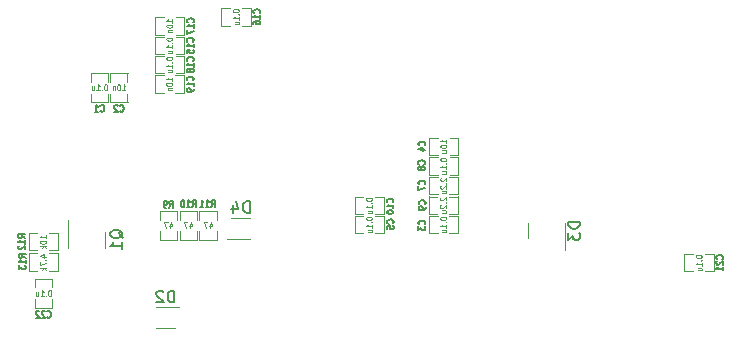
<source format=gbr>
%TF.GenerationSoftware,KiCad,Pcbnew,7.0.8+dfsg-1*%
%TF.CreationDate,2023-12-11T23:30:08+02:00*%
%TF.ProjectId,extra_av_out,65787472-615f-4617-965f-6f75742e6b69,rev?*%
%TF.SameCoordinates,Original*%
%TF.FileFunction,Legend,Bot*%
%TF.FilePolarity,Positive*%
%FSLAX46Y46*%
G04 Gerber Fmt 4.6, Leading zero omitted, Abs format (unit mm)*
G04 Created by KiCad (PCBNEW 7.0.8+dfsg-1) date 2023-12-11 23:30:08*
%MOMM*%
%LPD*%
G01*
G04 APERTURE LIST*
%ADD10C,0.127000*%
%ADD11C,0.114300*%
%ADD12C,0.150000*%
%ADD13C,0.119380*%
%ADD14C,0.120000*%
G04 APERTURE END LIST*
D10*
X62864666Y-60866019D02*
X62888857Y-60893839D01*
X62888857Y-60893839D02*
X62961428Y-60921658D01*
X62961428Y-60921658D02*
X63009809Y-60921658D01*
X63009809Y-60921658D02*
X63082381Y-60893839D01*
X63082381Y-60893839D02*
X63130762Y-60838200D01*
X63130762Y-60838200D02*
X63154952Y-60782562D01*
X63154952Y-60782562D02*
X63179143Y-60671286D01*
X63179143Y-60671286D02*
X63179143Y-60587829D01*
X63179143Y-60587829D02*
X63154952Y-60476553D01*
X63154952Y-60476553D02*
X63130762Y-60420915D01*
X63130762Y-60420915D02*
X63082381Y-60365277D01*
X63082381Y-60365277D02*
X63009809Y-60337458D01*
X63009809Y-60337458D02*
X62961428Y-60337458D01*
X62961428Y-60337458D02*
X62888857Y-60365277D01*
X62888857Y-60365277D02*
X62864666Y-60393096D01*
X62380857Y-60921658D02*
X62671143Y-60921658D01*
X62526000Y-60921658D02*
X62526000Y-60337458D01*
X62526000Y-60337458D02*
X62574381Y-60420915D01*
X62574381Y-60420915D02*
X62622762Y-60476553D01*
X62622762Y-60476553D02*
X62671143Y-60504372D01*
D11*
X63335171Y-58601066D02*
X63291628Y-58601066D01*
X63291628Y-58601066D02*
X63248085Y-58625256D01*
X63248085Y-58625256D02*
X63226314Y-58649447D01*
X63226314Y-58649447D02*
X63204542Y-58697828D01*
X63204542Y-58697828D02*
X63182771Y-58794590D01*
X63182771Y-58794590D02*
X63182771Y-58915542D01*
X63182771Y-58915542D02*
X63204542Y-59012304D01*
X63204542Y-59012304D02*
X63226314Y-59060685D01*
X63226314Y-59060685D02*
X63248085Y-59084876D01*
X63248085Y-59084876D02*
X63291628Y-59109066D01*
X63291628Y-59109066D02*
X63335171Y-59109066D01*
X63335171Y-59109066D02*
X63378714Y-59084876D01*
X63378714Y-59084876D02*
X63400485Y-59060685D01*
X63400485Y-59060685D02*
X63422256Y-59012304D01*
X63422256Y-59012304D02*
X63444028Y-58915542D01*
X63444028Y-58915542D02*
X63444028Y-58794590D01*
X63444028Y-58794590D02*
X63422256Y-58697828D01*
X63422256Y-58697828D02*
X63400485Y-58649447D01*
X63400485Y-58649447D02*
X63378714Y-58625256D01*
X63378714Y-58625256D02*
X63335171Y-58601066D01*
X62986827Y-59060685D02*
X62965056Y-59084876D01*
X62965056Y-59084876D02*
X62986827Y-59109066D01*
X62986827Y-59109066D02*
X63008599Y-59084876D01*
X63008599Y-59084876D02*
X62986827Y-59060685D01*
X62986827Y-59060685D02*
X62986827Y-59109066D01*
X62529628Y-59109066D02*
X62790885Y-59109066D01*
X62660256Y-59109066D02*
X62660256Y-58601066D01*
X62660256Y-58601066D02*
X62703799Y-58673637D01*
X62703799Y-58673637D02*
X62747342Y-58722018D01*
X62747342Y-58722018D02*
X62790885Y-58746209D01*
X62137742Y-58770399D02*
X62137742Y-59109066D01*
X62333684Y-58770399D02*
X62333684Y-59036495D01*
X62333684Y-59036495D02*
X62311913Y-59084876D01*
X62311913Y-59084876D02*
X62268370Y-59109066D01*
X62268370Y-59109066D02*
X62203056Y-59109066D01*
X62203056Y-59109066D02*
X62159513Y-59084876D01*
X62159513Y-59084876D02*
X62137742Y-59060685D01*
D10*
X64504666Y-60866019D02*
X64528857Y-60893839D01*
X64528857Y-60893839D02*
X64601428Y-60921658D01*
X64601428Y-60921658D02*
X64649809Y-60921658D01*
X64649809Y-60921658D02*
X64722381Y-60893839D01*
X64722381Y-60893839D02*
X64770762Y-60838200D01*
X64770762Y-60838200D02*
X64794952Y-60782562D01*
X64794952Y-60782562D02*
X64819143Y-60671286D01*
X64819143Y-60671286D02*
X64819143Y-60587829D01*
X64819143Y-60587829D02*
X64794952Y-60476553D01*
X64794952Y-60476553D02*
X64770762Y-60420915D01*
X64770762Y-60420915D02*
X64722381Y-60365277D01*
X64722381Y-60365277D02*
X64649809Y-60337458D01*
X64649809Y-60337458D02*
X64601428Y-60337458D01*
X64601428Y-60337458D02*
X64528857Y-60365277D01*
X64528857Y-60365277D02*
X64504666Y-60393096D01*
X64311143Y-60393096D02*
X64286952Y-60365277D01*
X64286952Y-60365277D02*
X64238571Y-60337458D01*
X64238571Y-60337458D02*
X64117619Y-60337458D01*
X64117619Y-60337458D02*
X64069238Y-60365277D01*
X64069238Y-60365277D02*
X64045047Y-60393096D01*
X64045047Y-60393096D02*
X64020857Y-60448734D01*
X64020857Y-60448734D02*
X64020857Y-60504372D01*
X64020857Y-60504372D02*
X64045047Y-60587829D01*
X64045047Y-60587829D02*
X64335333Y-60921658D01*
X64335333Y-60921658D02*
X64020857Y-60921658D01*
D11*
X64713914Y-59109066D02*
X64975171Y-59109066D01*
X64844542Y-59109066D02*
X64844542Y-58601066D01*
X64844542Y-58601066D02*
X64888085Y-58673637D01*
X64888085Y-58673637D02*
X64931628Y-58722018D01*
X64931628Y-58722018D02*
X64975171Y-58746209D01*
X64430885Y-58601066D02*
X64387342Y-58601066D01*
X64387342Y-58601066D02*
X64343799Y-58625256D01*
X64343799Y-58625256D02*
X64322028Y-58649447D01*
X64322028Y-58649447D02*
X64300256Y-58697828D01*
X64300256Y-58697828D02*
X64278485Y-58794590D01*
X64278485Y-58794590D02*
X64278485Y-58915542D01*
X64278485Y-58915542D02*
X64300256Y-59012304D01*
X64300256Y-59012304D02*
X64322028Y-59060685D01*
X64322028Y-59060685D02*
X64343799Y-59084876D01*
X64343799Y-59084876D02*
X64387342Y-59109066D01*
X64387342Y-59109066D02*
X64430885Y-59109066D01*
X64430885Y-59109066D02*
X64474428Y-59084876D01*
X64474428Y-59084876D02*
X64496199Y-59060685D01*
X64496199Y-59060685D02*
X64517970Y-59012304D01*
X64517970Y-59012304D02*
X64539742Y-58915542D01*
X64539742Y-58915542D02*
X64539742Y-58794590D01*
X64539742Y-58794590D02*
X64517970Y-58697828D01*
X64517970Y-58697828D02*
X64496199Y-58649447D01*
X64496199Y-58649447D02*
X64474428Y-58625256D01*
X64474428Y-58625256D02*
X64430885Y-58601066D01*
X64082541Y-58770399D02*
X64082541Y-59109066D01*
X64082541Y-58818780D02*
X64060770Y-58794590D01*
X64060770Y-58794590D02*
X64017227Y-58770399D01*
X64017227Y-58770399D02*
X63951913Y-58770399D01*
X63951913Y-58770399D02*
X63908370Y-58794590D01*
X63908370Y-58794590D02*
X63886599Y-58842971D01*
X63886599Y-58842971D02*
X63886599Y-59109066D01*
D10*
X90308019Y-70445333D02*
X90335839Y-70421142D01*
X90335839Y-70421142D02*
X90363658Y-70348571D01*
X90363658Y-70348571D02*
X90363658Y-70300190D01*
X90363658Y-70300190D02*
X90335839Y-70227618D01*
X90335839Y-70227618D02*
X90280200Y-70179237D01*
X90280200Y-70179237D02*
X90224562Y-70155047D01*
X90224562Y-70155047D02*
X90113286Y-70130856D01*
X90113286Y-70130856D02*
X90029829Y-70130856D01*
X90029829Y-70130856D02*
X89918553Y-70155047D01*
X89918553Y-70155047D02*
X89862915Y-70179237D01*
X89862915Y-70179237D02*
X89807277Y-70227618D01*
X89807277Y-70227618D02*
X89779458Y-70300190D01*
X89779458Y-70300190D02*
X89779458Y-70348571D01*
X89779458Y-70348571D02*
X89807277Y-70421142D01*
X89807277Y-70421142D02*
X89835096Y-70445333D01*
X89779458Y-70614666D02*
X89779458Y-70929142D01*
X89779458Y-70929142D02*
X90002010Y-70759809D01*
X90002010Y-70759809D02*
X90002010Y-70832380D01*
X90002010Y-70832380D02*
X90029829Y-70880761D01*
X90029829Y-70880761D02*
X90057648Y-70904952D01*
X90057648Y-70904952D02*
X90113286Y-70929142D01*
X90113286Y-70929142D02*
X90252381Y-70929142D01*
X90252381Y-70929142D02*
X90308019Y-70904952D01*
X90308019Y-70904952D02*
X90335839Y-70880761D01*
X90335839Y-70880761D02*
X90363658Y-70832380D01*
X90363658Y-70832380D02*
X90363658Y-70687237D01*
X90363658Y-70687237D02*
X90335839Y-70638856D01*
X90335839Y-70638856D02*
X90308019Y-70614666D01*
D11*
X91629066Y-69924828D02*
X91629066Y-69968371D01*
X91629066Y-69968371D02*
X91653256Y-70011914D01*
X91653256Y-70011914D02*
X91677447Y-70033686D01*
X91677447Y-70033686D02*
X91725828Y-70055457D01*
X91725828Y-70055457D02*
X91822590Y-70077228D01*
X91822590Y-70077228D02*
X91943542Y-70077228D01*
X91943542Y-70077228D02*
X92040304Y-70055457D01*
X92040304Y-70055457D02*
X92088685Y-70033686D01*
X92088685Y-70033686D02*
X92112876Y-70011914D01*
X92112876Y-70011914D02*
X92137066Y-69968371D01*
X92137066Y-69968371D02*
X92137066Y-69924828D01*
X92137066Y-69924828D02*
X92112876Y-69881286D01*
X92112876Y-69881286D02*
X92088685Y-69859514D01*
X92088685Y-69859514D02*
X92040304Y-69837743D01*
X92040304Y-69837743D02*
X91943542Y-69815971D01*
X91943542Y-69815971D02*
X91822590Y-69815971D01*
X91822590Y-69815971D02*
X91725828Y-69837743D01*
X91725828Y-69837743D02*
X91677447Y-69859514D01*
X91677447Y-69859514D02*
X91653256Y-69881286D01*
X91653256Y-69881286D02*
X91629066Y-69924828D01*
X92088685Y-70273172D02*
X92112876Y-70294943D01*
X92112876Y-70294943D02*
X92137066Y-70273172D01*
X92137066Y-70273172D02*
X92112876Y-70251400D01*
X92112876Y-70251400D02*
X92088685Y-70273172D01*
X92088685Y-70273172D02*
X92137066Y-70273172D01*
X92137066Y-70730371D02*
X92137066Y-70469114D01*
X92137066Y-70599743D02*
X91629066Y-70599743D01*
X91629066Y-70599743D02*
X91701637Y-70556200D01*
X91701637Y-70556200D02*
X91750018Y-70512657D01*
X91750018Y-70512657D02*
X91774209Y-70469114D01*
X91798399Y-71122258D02*
X92137066Y-71122258D01*
X91798399Y-70926315D02*
X92064495Y-70926315D01*
X92064495Y-70926315D02*
X92112876Y-70948086D01*
X92112876Y-70948086D02*
X92137066Y-70991629D01*
X92137066Y-70991629D02*
X92137066Y-71056943D01*
X92137066Y-71056943D02*
X92112876Y-71100486D01*
X92112876Y-71100486D02*
X92088685Y-71122258D01*
D10*
X90318019Y-63755333D02*
X90345839Y-63731142D01*
X90345839Y-63731142D02*
X90373658Y-63658571D01*
X90373658Y-63658571D02*
X90373658Y-63610190D01*
X90373658Y-63610190D02*
X90345839Y-63537618D01*
X90345839Y-63537618D02*
X90290200Y-63489237D01*
X90290200Y-63489237D02*
X90234562Y-63465047D01*
X90234562Y-63465047D02*
X90123286Y-63440856D01*
X90123286Y-63440856D02*
X90039829Y-63440856D01*
X90039829Y-63440856D02*
X89928553Y-63465047D01*
X89928553Y-63465047D02*
X89872915Y-63489237D01*
X89872915Y-63489237D02*
X89817277Y-63537618D01*
X89817277Y-63537618D02*
X89789458Y-63610190D01*
X89789458Y-63610190D02*
X89789458Y-63658571D01*
X89789458Y-63658571D02*
X89817277Y-63731142D01*
X89817277Y-63731142D02*
X89845096Y-63755333D01*
X89984191Y-64190761D02*
X90373658Y-64190761D01*
X89761639Y-64069809D02*
X90178924Y-63948856D01*
X90178924Y-63948856D02*
X90178924Y-64263333D01*
D11*
X92157066Y-63546085D02*
X92157066Y-63284828D01*
X92157066Y-63415457D02*
X91649066Y-63415457D01*
X91649066Y-63415457D02*
X91721637Y-63371914D01*
X91721637Y-63371914D02*
X91770018Y-63328371D01*
X91770018Y-63328371D02*
X91794209Y-63284828D01*
X91649066Y-63829114D02*
X91649066Y-63872657D01*
X91649066Y-63872657D02*
X91673256Y-63916200D01*
X91673256Y-63916200D02*
X91697447Y-63937972D01*
X91697447Y-63937972D02*
X91745828Y-63959743D01*
X91745828Y-63959743D02*
X91842590Y-63981514D01*
X91842590Y-63981514D02*
X91963542Y-63981514D01*
X91963542Y-63981514D02*
X92060304Y-63959743D01*
X92060304Y-63959743D02*
X92108685Y-63937972D01*
X92108685Y-63937972D02*
X92132876Y-63916200D01*
X92132876Y-63916200D02*
X92157066Y-63872657D01*
X92157066Y-63872657D02*
X92157066Y-63829114D01*
X92157066Y-63829114D02*
X92132876Y-63785572D01*
X92132876Y-63785572D02*
X92108685Y-63763800D01*
X92108685Y-63763800D02*
X92060304Y-63742029D01*
X92060304Y-63742029D02*
X91963542Y-63720257D01*
X91963542Y-63720257D02*
X91842590Y-63720257D01*
X91842590Y-63720257D02*
X91745828Y-63742029D01*
X91745828Y-63742029D02*
X91697447Y-63763800D01*
X91697447Y-63763800D02*
X91673256Y-63785572D01*
X91673256Y-63785572D02*
X91649066Y-63829114D01*
X91818399Y-64373401D02*
X92157066Y-64373401D01*
X91818399Y-64177458D02*
X92084495Y-64177458D01*
X92084495Y-64177458D02*
X92132876Y-64199229D01*
X92132876Y-64199229D02*
X92157066Y-64242772D01*
X92157066Y-64242772D02*
X92157066Y-64308086D01*
X92157066Y-64308086D02*
X92132876Y-64351629D01*
X92132876Y-64351629D02*
X92108685Y-64373401D01*
D10*
X87648019Y-70345333D02*
X87675839Y-70321142D01*
X87675839Y-70321142D02*
X87703658Y-70248571D01*
X87703658Y-70248571D02*
X87703658Y-70200190D01*
X87703658Y-70200190D02*
X87675839Y-70127618D01*
X87675839Y-70127618D02*
X87620200Y-70079237D01*
X87620200Y-70079237D02*
X87564562Y-70055047D01*
X87564562Y-70055047D02*
X87453286Y-70030856D01*
X87453286Y-70030856D02*
X87369829Y-70030856D01*
X87369829Y-70030856D02*
X87258553Y-70055047D01*
X87258553Y-70055047D02*
X87202915Y-70079237D01*
X87202915Y-70079237D02*
X87147277Y-70127618D01*
X87147277Y-70127618D02*
X87119458Y-70200190D01*
X87119458Y-70200190D02*
X87119458Y-70248571D01*
X87119458Y-70248571D02*
X87147277Y-70321142D01*
X87147277Y-70321142D02*
X87175096Y-70345333D01*
X87119458Y-70804952D02*
X87119458Y-70563047D01*
X87119458Y-70563047D02*
X87397648Y-70538856D01*
X87397648Y-70538856D02*
X87369829Y-70563047D01*
X87369829Y-70563047D02*
X87342010Y-70611428D01*
X87342010Y-70611428D02*
X87342010Y-70732380D01*
X87342010Y-70732380D02*
X87369829Y-70780761D01*
X87369829Y-70780761D02*
X87397648Y-70804952D01*
X87397648Y-70804952D02*
X87453286Y-70829142D01*
X87453286Y-70829142D02*
X87592381Y-70829142D01*
X87592381Y-70829142D02*
X87648019Y-70804952D01*
X87648019Y-70804952D02*
X87675839Y-70780761D01*
X87675839Y-70780761D02*
X87703658Y-70732380D01*
X87703658Y-70732380D02*
X87703658Y-70611428D01*
X87703658Y-70611428D02*
X87675839Y-70563047D01*
X87675839Y-70563047D02*
X87648019Y-70538856D01*
D11*
X85353066Y-69924828D02*
X85353066Y-69968371D01*
X85353066Y-69968371D02*
X85377256Y-70011914D01*
X85377256Y-70011914D02*
X85401447Y-70033686D01*
X85401447Y-70033686D02*
X85449828Y-70055457D01*
X85449828Y-70055457D02*
X85546590Y-70077228D01*
X85546590Y-70077228D02*
X85667542Y-70077228D01*
X85667542Y-70077228D02*
X85764304Y-70055457D01*
X85764304Y-70055457D02*
X85812685Y-70033686D01*
X85812685Y-70033686D02*
X85836876Y-70011914D01*
X85836876Y-70011914D02*
X85861066Y-69968371D01*
X85861066Y-69968371D02*
X85861066Y-69924828D01*
X85861066Y-69924828D02*
X85836876Y-69881286D01*
X85836876Y-69881286D02*
X85812685Y-69859514D01*
X85812685Y-69859514D02*
X85764304Y-69837743D01*
X85764304Y-69837743D02*
X85667542Y-69815971D01*
X85667542Y-69815971D02*
X85546590Y-69815971D01*
X85546590Y-69815971D02*
X85449828Y-69837743D01*
X85449828Y-69837743D02*
X85401447Y-69859514D01*
X85401447Y-69859514D02*
X85377256Y-69881286D01*
X85377256Y-69881286D02*
X85353066Y-69924828D01*
X85812685Y-70273172D02*
X85836876Y-70294943D01*
X85836876Y-70294943D02*
X85861066Y-70273172D01*
X85861066Y-70273172D02*
X85836876Y-70251400D01*
X85836876Y-70251400D02*
X85812685Y-70273172D01*
X85812685Y-70273172D02*
X85861066Y-70273172D01*
X85861066Y-70730371D02*
X85861066Y-70469114D01*
X85861066Y-70599743D02*
X85353066Y-70599743D01*
X85353066Y-70599743D02*
X85425637Y-70556200D01*
X85425637Y-70556200D02*
X85474018Y-70512657D01*
X85474018Y-70512657D02*
X85498209Y-70469114D01*
X85522399Y-71122258D02*
X85861066Y-71122258D01*
X85522399Y-70926315D02*
X85788495Y-70926315D01*
X85788495Y-70926315D02*
X85836876Y-70948086D01*
X85836876Y-70948086D02*
X85861066Y-70991629D01*
X85861066Y-70991629D02*
X85861066Y-71056943D01*
X85861066Y-71056943D02*
X85836876Y-71100486D01*
X85836876Y-71100486D02*
X85812685Y-71122258D01*
D10*
X90320019Y-67055333D02*
X90347839Y-67031142D01*
X90347839Y-67031142D02*
X90375658Y-66958571D01*
X90375658Y-66958571D02*
X90375658Y-66910190D01*
X90375658Y-66910190D02*
X90347839Y-66837618D01*
X90347839Y-66837618D02*
X90292200Y-66789237D01*
X90292200Y-66789237D02*
X90236562Y-66765047D01*
X90236562Y-66765047D02*
X90125286Y-66740856D01*
X90125286Y-66740856D02*
X90041829Y-66740856D01*
X90041829Y-66740856D02*
X89930553Y-66765047D01*
X89930553Y-66765047D02*
X89874915Y-66789237D01*
X89874915Y-66789237D02*
X89819277Y-66837618D01*
X89819277Y-66837618D02*
X89791458Y-66910190D01*
X89791458Y-66910190D02*
X89791458Y-66958571D01*
X89791458Y-66958571D02*
X89819277Y-67031142D01*
X89819277Y-67031142D02*
X89847096Y-67055333D01*
X89791458Y-67224666D02*
X89791458Y-67563333D01*
X89791458Y-67563333D02*
X90375658Y-67345618D01*
D11*
X91681447Y-66515971D02*
X91657256Y-66537743D01*
X91657256Y-66537743D02*
X91633066Y-66581286D01*
X91633066Y-66581286D02*
X91633066Y-66690143D01*
X91633066Y-66690143D02*
X91657256Y-66733686D01*
X91657256Y-66733686D02*
X91681447Y-66755457D01*
X91681447Y-66755457D02*
X91729828Y-66777228D01*
X91729828Y-66777228D02*
X91778209Y-66777228D01*
X91778209Y-66777228D02*
X91850780Y-66755457D01*
X91850780Y-66755457D02*
X92141066Y-66494200D01*
X92141066Y-66494200D02*
X92141066Y-66777228D01*
X92092685Y-66973172D02*
X92116876Y-66994943D01*
X92116876Y-66994943D02*
X92141066Y-66973172D01*
X92141066Y-66973172D02*
X92116876Y-66951400D01*
X92116876Y-66951400D02*
X92092685Y-66973172D01*
X92092685Y-66973172D02*
X92141066Y-66973172D01*
X91681447Y-67169114D02*
X91657256Y-67190886D01*
X91657256Y-67190886D02*
X91633066Y-67234429D01*
X91633066Y-67234429D02*
X91633066Y-67343286D01*
X91633066Y-67343286D02*
X91657256Y-67386829D01*
X91657256Y-67386829D02*
X91681447Y-67408600D01*
X91681447Y-67408600D02*
X91729828Y-67430371D01*
X91729828Y-67430371D02*
X91778209Y-67430371D01*
X91778209Y-67430371D02*
X91850780Y-67408600D01*
X91850780Y-67408600D02*
X92141066Y-67147343D01*
X92141066Y-67147343D02*
X92141066Y-67430371D01*
X91802399Y-67822258D02*
X92141066Y-67822258D01*
X91802399Y-67626315D02*
X92068495Y-67626315D01*
X92068495Y-67626315D02*
X92116876Y-67648086D01*
X92116876Y-67648086D02*
X92141066Y-67691629D01*
X92141066Y-67691629D02*
X92141066Y-67756943D01*
X92141066Y-67756943D02*
X92116876Y-67800486D01*
X92116876Y-67800486D02*
X92092685Y-67822258D01*
D10*
X90288019Y-65345333D02*
X90315839Y-65321142D01*
X90315839Y-65321142D02*
X90343658Y-65248571D01*
X90343658Y-65248571D02*
X90343658Y-65200190D01*
X90343658Y-65200190D02*
X90315839Y-65127618D01*
X90315839Y-65127618D02*
X90260200Y-65079237D01*
X90260200Y-65079237D02*
X90204562Y-65055047D01*
X90204562Y-65055047D02*
X90093286Y-65030856D01*
X90093286Y-65030856D02*
X90009829Y-65030856D01*
X90009829Y-65030856D02*
X89898553Y-65055047D01*
X89898553Y-65055047D02*
X89842915Y-65079237D01*
X89842915Y-65079237D02*
X89787277Y-65127618D01*
X89787277Y-65127618D02*
X89759458Y-65200190D01*
X89759458Y-65200190D02*
X89759458Y-65248571D01*
X89759458Y-65248571D02*
X89787277Y-65321142D01*
X89787277Y-65321142D02*
X89815096Y-65345333D01*
X90009829Y-65635618D02*
X89982010Y-65587237D01*
X89982010Y-65587237D02*
X89954191Y-65563047D01*
X89954191Y-65563047D02*
X89898553Y-65538856D01*
X89898553Y-65538856D02*
X89870734Y-65538856D01*
X89870734Y-65538856D02*
X89815096Y-65563047D01*
X89815096Y-65563047D02*
X89787277Y-65587237D01*
X89787277Y-65587237D02*
X89759458Y-65635618D01*
X89759458Y-65635618D02*
X89759458Y-65732380D01*
X89759458Y-65732380D02*
X89787277Y-65780761D01*
X89787277Y-65780761D02*
X89815096Y-65804952D01*
X89815096Y-65804952D02*
X89870734Y-65829142D01*
X89870734Y-65829142D02*
X89898553Y-65829142D01*
X89898553Y-65829142D02*
X89954191Y-65804952D01*
X89954191Y-65804952D02*
X89982010Y-65780761D01*
X89982010Y-65780761D02*
X90009829Y-65732380D01*
X90009829Y-65732380D02*
X90009829Y-65635618D01*
X90009829Y-65635618D02*
X90037648Y-65587237D01*
X90037648Y-65587237D02*
X90065467Y-65563047D01*
X90065467Y-65563047D02*
X90121105Y-65538856D01*
X90121105Y-65538856D02*
X90232381Y-65538856D01*
X90232381Y-65538856D02*
X90288019Y-65563047D01*
X90288019Y-65563047D02*
X90315839Y-65587237D01*
X90315839Y-65587237D02*
X90343658Y-65635618D01*
X90343658Y-65635618D02*
X90343658Y-65732380D01*
X90343658Y-65732380D02*
X90315839Y-65780761D01*
X90315839Y-65780761D02*
X90288019Y-65804952D01*
X90288019Y-65804952D02*
X90232381Y-65829142D01*
X90232381Y-65829142D02*
X90121105Y-65829142D01*
X90121105Y-65829142D02*
X90065467Y-65804952D01*
X90065467Y-65804952D02*
X90037648Y-65780761D01*
X90037648Y-65780761D02*
X90009829Y-65732380D01*
D11*
X91639066Y-64954828D02*
X91639066Y-64998371D01*
X91639066Y-64998371D02*
X91663256Y-65041914D01*
X91663256Y-65041914D02*
X91687447Y-65063686D01*
X91687447Y-65063686D02*
X91735828Y-65085457D01*
X91735828Y-65085457D02*
X91832590Y-65107228D01*
X91832590Y-65107228D02*
X91953542Y-65107228D01*
X91953542Y-65107228D02*
X92050304Y-65085457D01*
X92050304Y-65085457D02*
X92098685Y-65063686D01*
X92098685Y-65063686D02*
X92122876Y-65041914D01*
X92122876Y-65041914D02*
X92147066Y-64998371D01*
X92147066Y-64998371D02*
X92147066Y-64954828D01*
X92147066Y-64954828D02*
X92122876Y-64911286D01*
X92122876Y-64911286D02*
X92098685Y-64889514D01*
X92098685Y-64889514D02*
X92050304Y-64867743D01*
X92050304Y-64867743D02*
X91953542Y-64845971D01*
X91953542Y-64845971D02*
X91832590Y-64845971D01*
X91832590Y-64845971D02*
X91735828Y-64867743D01*
X91735828Y-64867743D02*
X91687447Y-64889514D01*
X91687447Y-64889514D02*
X91663256Y-64911286D01*
X91663256Y-64911286D02*
X91639066Y-64954828D01*
X92098685Y-65303172D02*
X92122876Y-65324943D01*
X92122876Y-65324943D02*
X92147066Y-65303172D01*
X92147066Y-65303172D02*
X92122876Y-65281400D01*
X92122876Y-65281400D02*
X92098685Y-65303172D01*
X92098685Y-65303172D02*
X92147066Y-65303172D01*
X92147066Y-65760371D02*
X92147066Y-65499114D01*
X92147066Y-65629743D02*
X91639066Y-65629743D01*
X91639066Y-65629743D02*
X91711637Y-65586200D01*
X91711637Y-65586200D02*
X91760018Y-65542657D01*
X91760018Y-65542657D02*
X91784209Y-65499114D01*
X91808399Y-66152258D02*
X92147066Y-66152258D01*
X91808399Y-65956315D02*
X92074495Y-65956315D01*
X92074495Y-65956315D02*
X92122876Y-65978086D01*
X92122876Y-65978086D02*
X92147066Y-66021629D01*
X92147066Y-66021629D02*
X92147066Y-66086943D01*
X92147066Y-66086943D02*
X92122876Y-66130486D01*
X92122876Y-66130486D02*
X92098685Y-66152258D01*
D10*
X90332019Y-68745333D02*
X90359839Y-68721142D01*
X90359839Y-68721142D02*
X90387658Y-68648571D01*
X90387658Y-68648571D02*
X90387658Y-68600190D01*
X90387658Y-68600190D02*
X90359839Y-68527618D01*
X90359839Y-68527618D02*
X90304200Y-68479237D01*
X90304200Y-68479237D02*
X90248562Y-68455047D01*
X90248562Y-68455047D02*
X90137286Y-68430856D01*
X90137286Y-68430856D02*
X90053829Y-68430856D01*
X90053829Y-68430856D02*
X89942553Y-68455047D01*
X89942553Y-68455047D02*
X89886915Y-68479237D01*
X89886915Y-68479237D02*
X89831277Y-68527618D01*
X89831277Y-68527618D02*
X89803458Y-68600190D01*
X89803458Y-68600190D02*
X89803458Y-68648571D01*
X89803458Y-68648571D02*
X89831277Y-68721142D01*
X89831277Y-68721142D02*
X89859096Y-68745333D01*
X90387658Y-68987237D02*
X90387658Y-69083999D01*
X90387658Y-69083999D02*
X90359839Y-69132380D01*
X90359839Y-69132380D02*
X90332019Y-69156571D01*
X90332019Y-69156571D02*
X90248562Y-69204952D01*
X90248562Y-69204952D02*
X90137286Y-69229142D01*
X90137286Y-69229142D02*
X89914734Y-69229142D01*
X89914734Y-69229142D02*
X89859096Y-69204952D01*
X89859096Y-69204952D02*
X89831277Y-69180761D01*
X89831277Y-69180761D02*
X89803458Y-69132380D01*
X89803458Y-69132380D02*
X89803458Y-69035618D01*
X89803458Y-69035618D02*
X89831277Y-68987237D01*
X89831277Y-68987237D02*
X89859096Y-68963047D01*
X89859096Y-68963047D02*
X89914734Y-68938856D01*
X89914734Y-68938856D02*
X90053829Y-68938856D01*
X90053829Y-68938856D02*
X90109467Y-68963047D01*
X90109467Y-68963047D02*
X90137286Y-68987237D01*
X90137286Y-68987237D02*
X90165105Y-69035618D01*
X90165105Y-69035618D02*
X90165105Y-69132380D01*
X90165105Y-69132380D02*
X90137286Y-69180761D01*
X90137286Y-69180761D02*
X90109467Y-69204952D01*
X90109467Y-69204952D02*
X90053829Y-69229142D01*
D11*
X91671447Y-68165971D02*
X91647256Y-68187743D01*
X91647256Y-68187743D02*
X91623066Y-68231286D01*
X91623066Y-68231286D02*
X91623066Y-68340143D01*
X91623066Y-68340143D02*
X91647256Y-68383686D01*
X91647256Y-68383686D02*
X91671447Y-68405457D01*
X91671447Y-68405457D02*
X91719828Y-68427228D01*
X91719828Y-68427228D02*
X91768209Y-68427228D01*
X91768209Y-68427228D02*
X91840780Y-68405457D01*
X91840780Y-68405457D02*
X92131066Y-68144200D01*
X92131066Y-68144200D02*
X92131066Y-68427228D01*
X92082685Y-68623172D02*
X92106876Y-68644943D01*
X92106876Y-68644943D02*
X92131066Y-68623172D01*
X92131066Y-68623172D02*
X92106876Y-68601400D01*
X92106876Y-68601400D02*
X92082685Y-68623172D01*
X92082685Y-68623172D02*
X92131066Y-68623172D01*
X91671447Y-68819114D02*
X91647256Y-68840886D01*
X91647256Y-68840886D02*
X91623066Y-68884429D01*
X91623066Y-68884429D02*
X91623066Y-68993286D01*
X91623066Y-68993286D02*
X91647256Y-69036829D01*
X91647256Y-69036829D02*
X91671447Y-69058600D01*
X91671447Y-69058600D02*
X91719828Y-69080371D01*
X91719828Y-69080371D02*
X91768209Y-69080371D01*
X91768209Y-69080371D02*
X91840780Y-69058600D01*
X91840780Y-69058600D02*
X92131066Y-68797343D01*
X92131066Y-68797343D02*
X92131066Y-69080371D01*
X91792399Y-69472258D02*
X92131066Y-69472258D01*
X91792399Y-69276315D02*
X92058495Y-69276315D01*
X92058495Y-69276315D02*
X92106876Y-69298086D01*
X92106876Y-69298086D02*
X92131066Y-69341629D01*
X92131066Y-69341629D02*
X92131066Y-69406943D01*
X92131066Y-69406943D02*
X92106876Y-69450486D01*
X92106876Y-69450486D02*
X92082685Y-69472258D01*
D10*
X87620019Y-68583428D02*
X87647839Y-68559237D01*
X87647839Y-68559237D02*
X87675658Y-68486666D01*
X87675658Y-68486666D02*
X87675658Y-68438285D01*
X87675658Y-68438285D02*
X87647839Y-68365713D01*
X87647839Y-68365713D02*
X87592200Y-68317332D01*
X87592200Y-68317332D02*
X87536562Y-68293142D01*
X87536562Y-68293142D02*
X87425286Y-68268951D01*
X87425286Y-68268951D02*
X87341829Y-68268951D01*
X87341829Y-68268951D02*
X87230553Y-68293142D01*
X87230553Y-68293142D02*
X87174915Y-68317332D01*
X87174915Y-68317332D02*
X87119277Y-68365713D01*
X87119277Y-68365713D02*
X87091458Y-68438285D01*
X87091458Y-68438285D02*
X87091458Y-68486666D01*
X87091458Y-68486666D02*
X87119277Y-68559237D01*
X87119277Y-68559237D02*
X87147096Y-68583428D01*
X87675658Y-69067237D02*
X87675658Y-68776951D01*
X87675658Y-68922094D02*
X87091458Y-68922094D01*
X87091458Y-68922094D02*
X87174915Y-68873713D01*
X87174915Y-68873713D02*
X87230553Y-68825332D01*
X87230553Y-68825332D02*
X87258372Y-68776951D01*
X87091458Y-69381714D02*
X87091458Y-69430095D01*
X87091458Y-69430095D02*
X87119277Y-69478476D01*
X87119277Y-69478476D02*
X87147096Y-69502666D01*
X87147096Y-69502666D02*
X87202734Y-69526857D01*
X87202734Y-69526857D02*
X87314010Y-69551047D01*
X87314010Y-69551047D02*
X87453105Y-69551047D01*
X87453105Y-69551047D02*
X87564381Y-69526857D01*
X87564381Y-69526857D02*
X87620019Y-69502666D01*
X87620019Y-69502666D02*
X87647839Y-69478476D01*
X87647839Y-69478476D02*
X87675658Y-69430095D01*
X87675658Y-69430095D02*
X87675658Y-69381714D01*
X87675658Y-69381714D02*
X87647839Y-69333333D01*
X87647839Y-69333333D02*
X87620019Y-69309142D01*
X87620019Y-69309142D02*
X87564381Y-69284952D01*
X87564381Y-69284952D02*
X87453105Y-69260761D01*
X87453105Y-69260761D02*
X87314010Y-69260761D01*
X87314010Y-69260761D02*
X87202734Y-69284952D01*
X87202734Y-69284952D02*
X87147096Y-69309142D01*
X87147096Y-69309142D02*
X87119277Y-69333333D01*
X87119277Y-69333333D02*
X87091458Y-69381714D01*
D11*
X85343066Y-68304828D02*
X85343066Y-68348371D01*
X85343066Y-68348371D02*
X85367256Y-68391914D01*
X85367256Y-68391914D02*
X85391447Y-68413686D01*
X85391447Y-68413686D02*
X85439828Y-68435457D01*
X85439828Y-68435457D02*
X85536590Y-68457228D01*
X85536590Y-68457228D02*
X85657542Y-68457228D01*
X85657542Y-68457228D02*
X85754304Y-68435457D01*
X85754304Y-68435457D02*
X85802685Y-68413686D01*
X85802685Y-68413686D02*
X85826876Y-68391914D01*
X85826876Y-68391914D02*
X85851066Y-68348371D01*
X85851066Y-68348371D02*
X85851066Y-68304828D01*
X85851066Y-68304828D02*
X85826876Y-68261286D01*
X85826876Y-68261286D02*
X85802685Y-68239514D01*
X85802685Y-68239514D02*
X85754304Y-68217743D01*
X85754304Y-68217743D02*
X85657542Y-68195971D01*
X85657542Y-68195971D02*
X85536590Y-68195971D01*
X85536590Y-68195971D02*
X85439828Y-68217743D01*
X85439828Y-68217743D02*
X85391447Y-68239514D01*
X85391447Y-68239514D02*
X85367256Y-68261286D01*
X85367256Y-68261286D02*
X85343066Y-68304828D01*
X85802685Y-68653172D02*
X85826876Y-68674943D01*
X85826876Y-68674943D02*
X85851066Y-68653172D01*
X85851066Y-68653172D02*
X85826876Y-68631400D01*
X85826876Y-68631400D02*
X85802685Y-68653172D01*
X85802685Y-68653172D02*
X85851066Y-68653172D01*
X85851066Y-69110371D02*
X85851066Y-68849114D01*
X85851066Y-68979743D02*
X85343066Y-68979743D01*
X85343066Y-68979743D02*
X85415637Y-68936200D01*
X85415637Y-68936200D02*
X85464018Y-68892657D01*
X85464018Y-68892657D02*
X85488209Y-68849114D01*
X85512399Y-69502258D02*
X85851066Y-69502258D01*
X85512399Y-69306315D02*
X85778495Y-69306315D01*
X85778495Y-69306315D02*
X85826876Y-69328086D01*
X85826876Y-69328086D02*
X85851066Y-69371629D01*
X85851066Y-69371629D02*
X85851066Y-69436943D01*
X85851066Y-69436943D02*
X85826876Y-69480486D01*
X85826876Y-69480486D02*
X85802685Y-69502258D01*
D10*
X70706019Y-54973428D02*
X70733839Y-54949237D01*
X70733839Y-54949237D02*
X70761658Y-54876666D01*
X70761658Y-54876666D02*
X70761658Y-54828285D01*
X70761658Y-54828285D02*
X70733839Y-54755713D01*
X70733839Y-54755713D02*
X70678200Y-54707332D01*
X70678200Y-54707332D02*
X70622562Y-54683142D01*
X70622562Y-54683142D02*
X70511286Y-54658951D01*
X70511286Y-54658951D02*
X70427829Y-54658951D01*
X70427829Y-54658951D02*
X70316553Y-54683142D01*
X70316553Y-54683142D02*
X70260915Y-54707332D01*
X70260915Y-54707332D02*
X70205277Y-54755713D01*
X70205277Y-54755713D02*
X70177458Y-54828285D01*
X70177458Y-54828285D02*
X70177458Y-54876666D01*
X70177458Y-54876666D02*
X70205277Y-54949237D01*
X70205277Y-54949237D02*
X70233096Y-54973428D01*
X70761658Y-55457237D02*
X70761658Y-55166951D01*
X70761658Y-55312094D02*
X70177458Y-55312094D01*
X70177458Y-55312094D02*
X70260915Y-55263713D01*
X70260915Y-55263713D02*
X70316553Y-55215332D01*
X70316553Y-55215332D02*
X70344372Y-55166951D01*
X70177458Y-55916857D02*
X70177458Y-55674952D01*
X70177458Y-55674952D02*
X70455648Y-55650761D01*
X70455648Y-55650761D02*
X70427829Y-55674952D01*
X70427829Y-55674952D02*
X70400010Y-55723333D01*
X70400010Y-55723333D02*
X70400010Y-55844285D01*
X70400010Y-55844285D02*
X70427829Y-55892666D01*
X70427829Y-55892666D02*
X70455648Y-55916857D01*
X70455648Y-55916857D02*
X70511286Y-55941047D01*
X70511286Y-55941047D02*
X70650381Y-55941047D01*
X70650381Y-55941047D02*
X70706019Y-55916857D01*
X70706019Y-55916857D02*
X70733839Y-55892666D01*
X70733839Y-55892666D02*
X70761658Y-55844285D01*
X70761658Y-55844285D02*
X70761658Y-55723333D01*
X70761658Y-55723333D02*
X70733839Y-55674952D01*
X70733839Y-55674952D02*
X70706019Y-55650761D01*
D11*
X68441066Y-54744828D02*
X68441066Y-54788371D01*
X68441066Y-54788371D02*
X68465256Y-54831914D01*
X68465256Y-54831914D02*
X68489447Y-54853686D01*
X68489447Y-54853686D02*
X68537828Y-54875457D01*
X68537828Y-54875457D02*
X68634590Y-54897228D01*
X68634590Y-54897228D02*
X68755542Y-54897228D01*
X68755542Y-54897228D02*
X68852304Y-54875457D01*
X68852304Y-54875457D02*
X68900685Y-54853686D01*
X68900685Y-54853686D02*
X68924876Y-54831914D01*
X68924876Y-54831914D02*
X68949066Y-54788371D01*
X68949066Y-54788371D02*
X68949066Y-54744828D01*
X68949066Y-54744828D02*
X68924876Y-54701286D01*
X68924876Y-54701286D02*
X68900685Y-54679514D01*
X68900685Y-54679514D02*
X68852304Y-54657743D01*
X68852304Y-54657743D02*
X68755542Y-54635971D01*
X68755542Y-54635971D02*
X68634590Y-54635971D01*
X68634590Y-54635971D02*
X68537828Y-54657743D01*
X68537828Y-54657743D02*
X68489447Y-54679514D01*
X68489447Y-54679514D02*
X68465256Y-54701286D01*
X68465256Y-54701286D02*
X68441066Y-54744828D01*
X68900685Y-55093172D02*
X68924876Y-55114943D01*
X68924876Y-55114943D02*
X68949066Y-55093172D01*
X68949066Y-55093172D02*
X68924876Y-55071400D01*
X68924876Y-55071400D02*
X68900685Y-55093172D01*
X68900685Y-55093172D02*
X68949066Y-55093172D01*
X68949066Y-55550371D02*
X68949066Y-55289114D01*
X68949066Y-55419743D02*
X68441066Y-55419743D01*
X68441066Y-55419743D02*
X68513637Y-55376200D01*
X68513637Y-55376200D02*
X68562018Y-55332657D01*
X68562018Y-55332657D02*
X68586209Y-55289114D01*
X68610399Y-55942258D02*
X68949066Y-55942258D01*
X68610399Y-55746315D02*
X68876495Y-55746315D01*
X68876495Y-55746315D02*
X68924876Y-55768086D01*
X68924876Y-55768086D02*
X68949066Y-55811629D01*
X68949066Y-55811629D02*
X68949066Y-55876943D01*
X68949066Y-55876943D02*
X68924876Y-55920486D01*
X68924876Y-55920486D02*
X68900685Y-55942258D01*
D10*
X76336019Y-52563428D02*
X76363839Y-52539237D01*
X76363839Y-52539237D02*
X76391658Y-52466666D01*
X76391658Y-52466666D02*
X76391658Y-52418285D01*
X76391658Y-52418285D02*
X76363839Y-52345713D01*
X76363839Y-52345713D02*
X76308200Y-52297332D01*
X76308200Y-52297332D02*
X76252562Y-52273142D01*
X76252562Y-52273142D02*
X76141286Y-52248951D01*
X76141286Y-52248951D02*
X76057829Y-52248951D01*
X76057829Y-52248951D02*
X75946553Y-52273142D01*
X75946553Y-52273142D02*
X75890915Y-52297332D01*
X75890915Y-52297332D02*
X75835277Y-52345713D01*
X75835277Y-52345713D02*
X75807458Y-52418285D01*
X75807458Y-52418285D02*
X75807458Y-52466666D01*
X75807458Y-52466666D02*
X75835277Y-52539237D01*
X75835277Y-52539237D02*
X75863096Y-52563428D01*
X76391658Y-53047237D02*
X76391658Y-52756951D01*
X76391658Y-52902094D02*
X75807458Y-52902094D01*
X75807458Y-52902094D02*
X75890915Y-52853713D01*
X75890915Y-52853713D02*
X75946553Y-52805332D01*
X75946553Y-52805332D02*
X75974372Y-52756951D01*
X75807458Y-53482666D02*
X75807458Y-53385904D01*
X75807458Y-53385904D02*
X75835277Y-53337523D01*
X75835277Y-53337523D02*
X75863096Y-53313333D01*
X75863096Y-53313333D02*
X75946553Y-53264952D01*
X75946553Y-53264952D02*
X76057829Y-53240761D01*
X76057829Y-53240761D02*
X76280381Y-53240761D01*
X76280381Y-53240761D02*
X76336019Y-53264952D01*
X76336019Y-53264952D02*
X76363839Y-53289142D01*
X76363839Y-53289142D02*
X76391658Y-53337523D01*
X76391658Y-53337523D02*
X76391658Y-53434285D01*
X76391658Y-53434285D02*
X76363839Y-53482666D01*
X76363839Y-53482666D02*
X76336019Y-53506857D01*
X76336019Y-53506857D02*
X76280381Y-53531047D01*
X76280381Y-53531047D02*
X76141286Y-53531047D01*
X76141286Y-53531047D02*
X76085648Y-53506857D01*
X76085648Y-53506857D02*
X76057829Y-53482666D01*
X76057829Y-53482666D02*
X76030010Y-53434285D01*
X76030010Y-53434285D02*
X76030010Y-53337523D01*
X76030010Y-53337523D02*
X76057829Y-53289142D01*
X76057829Y-53289142D02*
X76085648Y-53264952D01*
X76085648Y-53264952D02*
X76141286Y-53240761D01*
D11*
X74071066Y-52334828D02*
X74071066Y-52378371D01*
X74071066Y-52378371D02*
X74095256Y-52421914D01*
X74095256Y-52421914D02*
X74119447Y-52443686D01*
X74119447Y-52443686D02*
X74167828Y-52465457D01*
X74167828Y-52465457D02*
X74264590Y-52487228D01*
X74264590Y-52487228D02*
X74385542Y-52487228D01*
X74385542Y-52487228D02*
X74482304Y-52465457D01*
X74482304Y-52465457D02*
X74530685Y-52443686D01*
X74530685Y-52443686D02*
X74554876Y-52421914D01*
X74554876Y-52421914D02*
X74579066Y-52378371D01*
X74579066Y-52378371D02*
X74579066Y-52334828D01*
X74579066Y-52334828D02*
X74554876Y-52291286D01*
X74554876Y-52291286D02*
X74530685Y-52269514D01*
X74530685Y-52269514D02*
X74482304Y-52247743D01*
X74482304Y-52247743D02*
X74385542Y-52225971D01*
X74385542Y-52225971D02*
X74264590Y-52225971D01*
X74264590Y-52225971D02*
X74167828Y-52247743D01*
X74167828Y-52247743D02*
X74119447Y-52269514D01*
X74119447Y-52269514D02*
X74095256Y-52291286D01*
X74095256Y-52291286D02*
X74071066Y-52334828D01*
X74530685Y-52683172D02*
X74554876Y-52704943D01*
X74554876Y-52704943D02*
X74579066Y-52683172D01*
X74579066Y-52683172D02*
X74554876Y-52661400D01*
X74554876Y-52661400D02*
X74530685Y-52683172D01*
X74530685Y-52683172D02*
X74579066Y-52683172D01*
X74579066Y-53140371D02*
X74579066Y-52879114D01*
X74579066Y-53009743D02*
X74071066Y-53009743D01*
X74071066Y-53009743D02*
X74143637Y-52966200D01*
X74143637Y-52966200D02*
X74192018Y-52922657D01*
X74192018Y-52922657D02*
X74216209Y-52879114D01*
X74240399Y-53532258D02*
X74579066Y-53532258D01*
X74240399Y-53336315D02*
X74506495Y-53336315D01*
X74506495Y-53336315D02*
X74554876Y-53358086D01*
X74554876Y-53358086D02*
X74579066Y-53401629D01*
X74579066Y-53401629D02*
X74579066Y-53466943D01*
X74579066Y-53466943D02*
X74554876Y-53510486D01*
X74554876Y-53510486D02*
X74530685Y-53532258D01*
D10*
X70716019Y-53333428D02*
X70743839Y-53309237D01*
X70743839Y-53309237D02*
X70771658Y-53236666D01*
X70771658Y-53236666D02*
X70771658Y-53188285D01*
X70771658Y-53188285D02*
X70743839Y-53115713D01*
X70743839Y-53115713D02*
X70688200Y-53067332D01*
X70688200Y-53067332D02*
X70632562Y-53043142D01*
X70632562Y-53043142D02*
X70521286Y-53018951D01*
X70521286Y-53018951D02*
X70437829Y-53018951D01*
X70437829Y-53018951D02*
X70326553Y-53043142D01*
X70326553Y-53043142D02*
X70270915Y-53067332D01*
X70270915Y-53067332D02*
X70215277Y-53115713D01*
X70215277Y-53115713D02*
X70187458Y-53188285D01*
X70187458Y-53188285D02*
X70187458Y-53236666D01*
X70187458Y-53236666D02*
X70215277Y-53309237D01*
X70215277Y-53309237D02*
X70243096Y-53333428D01*
X70771658Y-53817237D02*
X70771658Y-53526951D01*
X70771658Y-53672094D02*
X70187458Y-53672094D01*
X70187458Y-53672094D02*
X70270915Y-53623713D01*
X70270915Y-53623713D02*
X70326553Y-53575332D01*
X70326553Y-53575332D02*
X70354372Y-53526951D01*
X70187458Y-53986571D02*
X70187458Y-54325238D01*
X70187458Y-54325238D02*
X70771658Y-54107523D01*
D11*
X68959066Y-53366085D02*
X68959066Y-53104828D01*
X68959066Y-53235457D02*
X68451066Y-53235457D01*
X68451066Y-53235457D02*
X68523637Y-53191914D01*
X68523637Y-53191914D02*
X68572018Y-53148371D01*
X68572018Y-53148371D02*
X68596209Y-53104828D01*
X68451066Y-53649114D02*
X68451066Y-53692657D01*
X68451066Y-53692657D02*
X68475256Y-53736200D01*
X68475256Y-53736200D02*
X68499447Y-53757972D01*
X68499447Y-53757972D02*
X68547828Y-53779743D01*
X68547828Y-53779743D02*
X68644590Y-53801514D01*
X68644590Y-53801514D02*
X68765542Y-53801514D01*
X68765542Y-53801514D02*
X68862304Y-53779743D01*
X68862304Y-53779743D02*
X68910685Y-53757972D01*
X68910685Y-53757972D02*
X68934876Y-53736200D01*
X68934876Y-53736200D02*
X68959066Y-53692657D01*
X68959066Y-53692657D02*
X68959066Y-53649114D01*
X68959066Y-53649114D02*
X68934876Y-53605572D01*
X68934876Y-53605572D02*
X68910685Y-53583800D01*
X68910685Y-53583800D02*
X68862304Y-53562029D01*
X68862304Y-53562029D02*
X68765542Y-53540257D01*
X68765542Y-53540257D02*
X68644590Y-53540257D01*
X68644590Y-53540257D02*
X68547828Y-53562029D01*
X68547828Y-53562029D02*
X68499447Y-53583800D01*
X68499447Y-53583800D02*
X68475256Y-53605572D01*
X68475256Y-53605572D02*
X68451066Y-53649114D01*
X68620399Y-53997458D02*
X68959066Y-53997458D01*
X68668780Y-53997458D02*
X68644590Y-54019229D01*
X68644590Y-54019229D02*
X68620399Y-54062772D01*
X68620399Y-54062772D02*
X68620399Y-54128086D01*
X68620399Y-54128086D02*
X68644590Y-54171629D01*
X68644590Y-54171629D02*
X68692971Y-54193401D01*
X68692971Y-54193401D02*
X68959066Y-54193401D01*
D10*
X70706019Y-56613428D02*
X70733839Y-56589237D01*
X70733839Y-56589237D02*
X70761658Y-56516666D01*
X70761658Y-56516666D02*
X70761658Y-56468285D01*
X70761658Y-56468285D02*
X70733839Y-56395713D01*
X70733839Y-56395713D02*
X70678200Y-56347332D01*
X70678200Y-56347332D02*
X70622562Y-56323142D01*
X70622562Y-56323142D02*
X70511286Y-56298951D01*
X70511286Y-56298951D02*
X70427829Y-56298951D01*
X70427829Y-56298951D02*
X70316553Y-56323142D01*
X70316553Y-56323142D02*
X70260915Y-56347332D01*
X70260915Y-56347332D02*
X70205277Y-56395713D01*
X70205277Y-56395713D02*
X70177458Y-56468285D01*
X70177458Y-56468285D02*
X70177458Y-56516666D01*
X70177458Y-56516666D02*
X70205277Y-56589237D01*
X70205277Y-56589237D02*
X70233096Y-56613428D01*
X70761658Y-57097237D02*
X70761658Y-56806951D01*
X70761658Y-56952094D02*
X70177458Y-56952094D01*
X70177458Y-56952094D02*
X70260915Y-56903713D01*
X70260915Y-56903713D02*
X70316553Y-56855332D01*
X70316553Y-56855332D02*
X70344372Y-56806951D01*
X70427829Y-57387523D02*
X70400010Y-57339142D01*
X70400010Y-57339142D02*
X70372191Y-57314952D01*
X70372191Y-57314952D02*
X70316553Y-57290761D01*
X70316553Y-57290761D02*
X70288734Y-57290761D01*
X70288734Y-57290761D02*
X70233096Y-57314952D01*
X70233096Y-57314952D02*
X70205277Y-57339142D01*
X70205277Y-57339142D02*
X70177458Y-57387523D01*
X70177458Y-57387523D02*
X70177458Y-57484285D01*
X70177458Y-57484285D02*
X70205277Y-57532666D01*
X70205277Y-57532666D02*
X70233096Y-57556857D01*
X70233096Y-57556857D02*
X70288734Y-57581047D01*
X70288734Y-57581047D02*
X70316553Y-57581047D01*
X70316553Y-57581047D02*
X70372191Y-57556857D01*
X70372191Y-57556857D02*
X70400010Y-57532666D01*
X70400010Y-57532666D02*
X70427829Y-57484285D01*
X70427829Y-57484285D02*
X70427829Y-57387523D01*
X70427829Y-57387523D02*
X70455648Y-57339142D01*
X70455648Y-57339142D02*
X70483467Y-57314952D01*
X70483467Y-57314952D02*
X70539105Y-57290761D01*
X70539105Y-57290761D02*
X70650381Y-57290761D01*
X70650381Y-57290761D02*
X70706019Y-57314952D01*
X70706019Y-57314952D02*
X70733839Y-57339142D01*
X70733839Y-57339142D02*
X70761658Y-57387523D01*
X70761658Y-57387523D02*
X70761658Y-57484285D01*
X70761658Y-57484285D02*
X70733839Y-57532666D01*
X70733839Y-57532666D02*
X70706019Y-57556857D01*
X70706019Y-57556857D02*
X70650381Y-57581047D01*
X70650381Y-57581047D02*
X70539105Y-57581047D01*
X70539105Y-57581047D02*
X70483467Y-57556857D01*
X70483467Y-57556857D02*
X70455648Y-57532666D01*
X70455648Y-57532666D02*
X70427829Y-57484285D01*
D11*
X68441066Y-56384828D02*
X68441066Y-56428371D01*
X68441066Y-56428371D02*
X68465256Y-56471914D01*
X68465256Y-56471914D02*
X68489447Y-56493686D01*
X68489447Y-56493686D02*
X68537828Y-56515457D01*
X68537828Y-56515457D02*
X68634590Y-56537228D01*
X68634590Y-56537228D02*
X68755542Y-56537228D01*
X68755542Y-56537228D02*
X68852304Y-56515457D01*
X68852304Y-56515457D02*
X68900685Y-56493686D01*
X68900685Y-56493686D02*
X68924876Y-56471914D01*
X68924876Y-56471914D02*
X68949066Y-56428371D01*
X68949066Y-56428371D02*
X68949066Y-56384828D01*
X68949066Y-56384828D02*
X68924876Y-56341286D01*
X68924876Y-56341286D02*
X68900685Y-56319514D01*
X68900685Y-56319514D02*
X68852304Y-56297743D01*
X68852304Y-56297743D02*
X68755542Y-56275971D01*
X68755542Y-56275971D02*
X68634590Y-56275971D01*
X68634590Y-56275971D02*
X68537828Y-56297743D01*
X68537828Y-56297743D02*
X68489447Y-56319514D01*
X68489447Y-56319514D02*
X68465256Y-56341286D01*
X68465256Y-56341286D02*
X68441066Y-56384828D01*
X68900685Y-56733172D02*
X68924876Y-56754943D01*
X68924876Y-56754943D02*
X68949066Y-56733172D01*
X68949066Y-56733172D02*
X68924876Y-56711400D01*
X68924876Y-56711400D02*
X68900685Y-56733172D01*
X68900685Y-56733172D02*
X68949066Y-56733172D01*
X68949066Y-57190371D02*
X68949066Y-56929114D01*
X68949066Y-57059743D02*
X68441066Y-57059743D01*
X68441066Y-57059743D02*
X68513637Y-57016200D01*
X68513637Y-57016200D02*
X68562018Y-56972657D01*
X68562018Y-56972657D02*
X68586209Y-56929114D01*
X68610399Y-57582258D02*
X68949066Y-57582258D01*
X68610399Y-57386315D02*
X68876495Y-57386315D01*
X68876495Y-57386315D02*
X68924876Y-57408086D01*
X68924876Y-57408086D02*
X68949066Y-57451629D01*
X68949066Y-57451629D02*
X68949066Y-57516943D01*
X68949066Y-57516943D02*
X68924876Y-57560486D01*
X68924876Y-57560486D02*
X68900685Y-57582258D01*
D10*
X70696019Y-58253428D02*
X70723839Y-58229237D01*
X70723839Y-58229237D02*
X70751658Y-58156666D01*
X70751658Y-58156666D02*
X70751658Y-58108285D01*
X70751658Y-58108285D02*
X70723839Y-58035713D01*
X70723839Y-58035713D02*
X70668200Y-57987332D01*
X70668200Y-57987332D02*
X70612562Y-57963142D01*
X70612562Y-57963142D02*
X70501286Y-57938951D01*
X70501286Y-57938951D02*
X70417829Y-57938951D01*
X70417829Y-57938951D02*
X70306553Y-57963142D01*
X70306553Y-57963142D02*
X70250915Y-57987332D01*
X70250915Y-57987332D02*
X70195277Y-58035713D01*
X70195277Y-58035713D02*
X70167458Y-58108285D01*
X70167458Y-58108285D02*
X70167458Y-58156666D01*
X70167458Y-58156666D02*
X70195277Y-58229237D01*
X70195277Y-58229237D02*
X70223096Y-58253428D01*
X70751658Y-58737237D02*
X70751658Y-58446951D01*
X70751658Y-58592094D02*
X70167458Y-58592094D01*
X70167458Y-58592094D02*
X70250915Y-58543713D01*
X70250915Y-58543713D02*
X70306553Y-58495332D01*
X70306553Y-58495332D02*
X70334372Y-58446951D01*
X70751658Y-58979142D02*
X70751658Y-59075904D01*
X70751658Y-59075904D02*
X70723839Y-59124285D01*
X70723839Y-59124285D02*
X70696019Y-59148476D01*
X70696019Y-59148476D02*
X70612562Y-59196857D01*
X70612562Y-59196857D02*
X70501286Y-59221047D01*
X70501286Y-59221047D02*
X70278734Y-59221047D01*
X70278734Y-59221047D02*
X70223096Y-59196857D01*
X70223096Y-59196857D02*
X70195277Y-59172666D01*
X70195277Y-59172666D02*
X70167458Y-59124285D01*
X70167458Y-59124285D02*
X70167458Y-59027523D01*
X70167458Y-59027523D02*
X70195277Y-58979142D01*
X70195277Y-58979142D02*
X70223096Y-58954952D01*
X70223096Y-58954952D02*
X70278734Y-58930761D01*
X70278734Y-58930761D02*
X70417829Y-58930761D01*
X70417829Y-58930761D02*
X70473467Y-58954952D01*
X70473467Y-58954952D02*
X70501286Y-58979142D01*
X70501286Y-58979142D02*
X70529105Y-59027523D01*
X70529105Y-59027523D02*
X70529105Y-59124285D01*
X70529105Y-59124285D02*
X70501286Y-59172666D01*
X70501286Y-59172666D02*
X70473467Y-59196857D01*
X70473467Y-59196857D02*
X70417829Y-59221047D01*
D11*
X68939066Y-58286085D02*
X68939066Y-58024828D01*
X68939066Y-58155457D02*
X68431066Y-58155457D01*
X68431066Y-58155457D02*
X68503637Y-58111914D01*
X68503637Y-58111914D02*
X68552018Y-58068371D01*
X68552018Y-58068371D02*
X68576209Y-58024828D01*
X68431066Y-58569114D02*
X68431066Y-58612657D01*
X68431066Y-58612657D02*
X68455256Y-58656200D01*
X68455256Y-58656200D02*
X68479447Y-58677972D01*
X68479447Y-58677972D02*
X68527828Y-58699743D01*
X68527828Y-58699743D02*
X68624590Y-58721514D01*
X68624590Y-58721514D02*
X68745542Y-58721514D01*
X68745542Y-58721514D02*
X68842304Y-58699743D01*
X68842304Y-58699743D02*
X68890685Y-58677972D01*
X68890685Y-58677972D02*
X68914876Y-58656200D01*
X68914876Y-58656200D02*
X68939066Y-58612657D01*
X68939066Y-58612657D02*
X68939066Y-58569114D01*
X68939066Y-58569114D02*
X68914876Y-58525572D01*
X68914876Y-58525572D02*
X68890685Y-58503800D01*
X68890685Y-58503800D02*
X68842304Y-58482029D01*
X68842304Y-58482029D02*
X68745542Y-58460257D01*
X68745542Y-58460257D02*
X68624590Y-58460257D01*
X68624590Y-58460257D02*
X68527828Y-58482029D01*
X68527828Y-58482029D02*
X68479447Y-58503800D01*
X68479447Y-58503800D02*
X68455256Y-58525572D01*
X68455256Y-58525572D02*
X68431066Y-58569114D01*
X68600399Y-58917458D02*
X68939066Y-58917458D01*
X68648780Y-58917458D02*
X68624590Y-58939229D01*
X68624590Y-58939229D02*
X68600399Y-58982772D01*
X68600399Y-58982772D02*
X68600399Y-59048086D01*
X68600399Y-59048086D02*
X68624590Y-59091629D01*
X68624590Y-59091629D02*
X68672971Y-59113401D01*
X68672971Y-59113401D02*
X68939066Y-59113401D01*
D10*
X115526019Y-73373428D02*
X115553839Y-73349237D01*
X115553839Y-73349237D02*
X115581658Y-73276666D01*
X115581658Y-73276666D02*
X115581658Y-73228285D01*
X115581658Y-73228285D02*
X115553839Y-73155713D01*
X115553839Y-73155713D02*
X115498200Y-73107332D01*
X115498200Y-73107332D02*
X115442562Y-73083142D01*
X115442562Y-73083142D02*
X115331286Y-73058951D01*
X115331286Y-73058951D02*
X115247829Y-73058951D01*
X115247829Y-73058951D02*
X115136553Y-73083142D01*
X115136553Y-73083142D02*
X115080915Y-73107332D01*
X115080915Y-73107332D02*
X115025277Y-73155713D01*
X115025277Y-73155713D02*
X114997458Y-73228285D01*
X114997458Y-73228285D02*
X114997458Y-73276666D01*
X114997458Y-73276666D02*
X115025277Y-73349237D01*
X115025277Y-73349237D02*
X115053096Y-73373428D01*
X115053096Y-73566951D02*
X115025277Y-73591142D01*
X115025277Y-73591142D02*
X114997458Y-73639523D01*
X114997458Y-73639523D02*
X114997458Y-73760475D01*
X114997458Y-73760475D02*
X115025277Y-73808856D01*
X115025277Y-73808856D02*
X115053096Y-73833047D01*
X115053096Y-73833047D02*
X115108734Y-73857237D01*
X115108734Y-73857237D02*
X115164372Y-73857237D01*
X115164372Y-73857237D02*
X115247829Y-73833047D01*
X115247829Y-73833047D02*
X115581658Y-73542761D01*
X115581658Y-73542761D02*
X115581658Y-73857237D01*
X115581658Y-74341047D02*
X115581658Y-74050761D01*
X115581658Y-74195904D02*
X114997458Y-74195904D01*
X114997458Y-74195904D02*
X115080915Y-74147523D01*
X115080915Y-74147523D02*
X115136553Y-74099142D01*
X115136553Y-74099142D02*
X115164372Y-74050761D01*
D11*
X113261066Y-73144828D02*
X113261066Y-73188371D01*
X113261066Y-73188371D02*
X113285256Y-73231914D01*
X113285256Y-73231914D02*
X113309447Y-73253686D01*
X113309447Y-73253686D02*
X113357828Y-73275457D01*
X113357828Y-73275457D02*
X113454590Y-73297228D01*
X113454590Y-73297228D02*
X113575542Y-73297228D01*
X113575542Y-73297228D02*
X113672304Y-73275457D01*
X113672304Y-73275457D02*
X113720685Y-73253686D01*
X113720685Y-73253686D02*
X113744876Y-73231914D01*
X113744876Y-73231914D02*
X113769066Y-73188371D01*
X113769066Y-73188371D02*
X113769066Y-73144828D01*
X113769066Y-73144828D02*
X113744876Y-73101286D01*
X113744876Y-73101286D02*
X113720685Y-73079514D01*
X113720685Y-73079514D02*
X113672304Y-73057743D01*
X113672304Y-73057743D02*
X113575542Y-73035971D01*
X113575542Y-73035971D02*
X113454590Y-73035971D01*
X113454590Y-73035971D02*
X113357828Y-73057743D01*
X113357828Y-73057743D02*
X113309447Y-73079514D01*
X113309447Y-73079514D02*
X113285256Y-73101286D01*
X113285256Y-73101286D02*
X113261066Y-73144828D01*
X113720685Y-73493172D02*
X113744876Y-73514943D01*
X113744876Y-73514943D02*
X113769066Y-73493172D01*
X113769066Y-73493172D02*
X113744876Y-73471400D01*
X113744876Y-73471400D02*
X113720685Y-73493172D01*
X113720685Y-73493172D02*
X113769066Y-73493172D01*
X113769066Y-73950371D02*
X113769066Y-73689114D01*
X113769066Y-73819743D02*
X113261066Y-73819743D01*
X113261066Y-73819743D02*
X113333637Y-73776200D01*
X113333637Y-73776200D02*
X113382018Y-73732657D01*
X113382018Y-73732657D02*
X113406209Y-73689114D01*
X113430399Y-74342258D02*
X113769066Y-74342258D01*
X113430399Y-74146315D02*
X113696495Y-74146315D01*
X113696495Y-74146315D02*
X113744876Y-74168086D01*
X113744876Y-74168086D02*
X113769066Y-74211629D01*
X113769066Y-74211629D02*
X113769066Y-74276943D01*
X113769066Y-74276943D02*
X113744876Y-74320486D01*
X113744876Y-74320486D02*
X113720685Y-74342258D01*
D10*
X58366571Y-78286019D02*
X58390762Y-78313839D01*
X58390762Y-78313839D02*
X58463333Y-78341658D01*
X58463333Y-78341658D02*
X58511714Y-78341658D01*
X58511714Y-78341658D02*
X58584286Y-78313839D01*
X58584286Y-78313839D02*
X58632667Y-78258200D01*
X58632667Y-78258200D02*
X58656857Y-78202562D01*
X58656857Y-78202562D02*
X58681048Y-78091286D01*
X58681048Y-78091286D02*
X58681048Y-78007829D01*
X58681048Y-78007829D02*
X58656857Y-77896553D01*
X58656857Y-77896553D02*
X58632667Y-77840915D01*
X58632667Y-77840915D02*
X58584286Y-77785277D01*
X58584286Y-77785277D02*
X58511714Y-77757458D01*
X58511714Y-77757458D02*
X58463333Y-77757458D01*
X58463333Y-77757458D02*
X58390762Y-77785277D01*
X58390762Y-77785277D02*
X58366571Y-77813096D01*
X58173048Y-77813096D02*
X58148857Y-77785277D01*
X58148857Y-77785277D02*
X58100476Y-77757458D01*
X58100476Y-77757458D02*
X57979524Y-77757458D01*
X57979524Y-77757458D02*
X57931143Y-77785277D01*
X57931143Y-77785277D02*
X57906952Y-77813096D01*
X57906952Y-77813096D02*
X57882762Y-77868734D01*
X57882762Y-77868734D02*
X57882762Y-77924372D01*
X57882762Y-77924372D02*
X57906952Y-78007829D01*
X57906952Y-78007829D02*
X58197238Y-78341658D01*
X58197238Y-78341658D02*
X57882762Y-78341658D01*
X57689238Y-77813096D02*
X57665047Y-77785277D01*
X57665047Y-77785277D02*
X57616666Y-77757458D01*
X57616666Y-77757458D02*
X57495714Y-77757458D01*
X57495714Y-77757458D02*
X57447333Y-77785277D01*
X57447333Y-77785277D02*
X57423142Y-77813096D01*
X57423142Y-77813096D02*
X57398952Y-77868734D01*
X57398952Y-77868734D02*
X57398952Y-77924372D01*
X57398952Y-77924372D02*
X57423142Y-78007829D01*
X57423142Y-78007829D02*
X57713428Y-78341658D01*
X57713428Y-78341658D02*
X57398952Y-78341658D01*
D11*
X58595171Y-76021066D02*
X58551628Y-76021066D01*
X58551628Y-76021066D02*
X58508085Y-76045256D01*
X58508085Y-76045256D02*
X58486314Y-76069447D01*
X58486314Y-76069447D02*
X58464542Y-76117828D01*
X58464542Y-76117828D02*
X58442771Y-76214590D01*
X58442771Y-76214590D02*
X58442771Y-76335542D01*
X58442771Y-76335542D02*
X58464542Y-76432304D01*
X58464542Y-76432304D02*
X58486314Y-76480685D01*
X58486314Y-76480685D02*
X58508085Y-76504876D01*
X58508085Y-76504876D02*
X58551628Y-76529066D01*
X58551628Y-76529066D02*
X58595171Y-76529066D01*
X58595171Y-76529066D02*
X58638714Y-76504876D01*
X58638714Y-76504876D02*
X58660485Y-76480685D01*
X58660485Y-76480685D02*
X58682256Y-76432304D01*
X58682256Y-76432304D02*
X58704028Y-76335542D01*
X58704028Y-76335542D02*
X58704028Y-76214590D01*
X58704028Y-76214590D02*
X58682256Y-76117828D01*
X58682256Y-76117828D02*
X58660485Y-76069447D01*
X58660485Y-76069447D02*
X58638714Y-76045256D01*
X58638714Y-76045256D02*
X58595171Y-76021066D01*
X58246827Y-76480685D02*
X58225056Y-76504876D01*
X58225056Y-76504876D02*
X58246827Y-76529066D01*
X58246827Y-76529066D02*
X58268599Y-76504876D01*
X58268599Y-76504876D02*
X58246827Y-76480685D01*
X58246827Y-76480685D02*
X58246827Y-76529066D01*
X57789628Y-76529066D02*
X58050885Y-76529066D01*
X57920256Y-76529066D02*
X57920256Y-76021066D01*
X57920256Y-76021066D02*
X57963799Y-76093637D01*
X57963799Y-76093637D02*
X58007342Y-76142018D01*
X58007342Y-76142018D02*
X58050885Y-76166209D01*
X57397742Y-76190399D02*
X57397742Y-76529066D01*
X57593684Y-76190399D02*
X57593684Y-76456495D01*
X57593684Y-76456495D02*
X57571913Y-76504876D01*
X57571913Y-76504876D02*
X57528370Y-76529066D01*
X57528370Y-76529066D02*
X57463056Y-76529066D01*
X57463056Y-76529066D02*
X57419513Y-76504876D01*
X57419513Y-76504876D02*
X57397742Y-76480685D01*
D10*
X56503658Y-71593428D02*
X56225467Y-71424094D01*
X56503658Y-71303142D02*
X55919458Y-71303142D01*
X55919458Y-71303142D02*
X55919458Y-71496666D01*
X55919458Y-71496666D02*
X55947277Y-71545047D01*
X55947277Y-71545047D02*
X55975096Y-71569237D01*
X55975096Y-71569237D02*
X56030734Y-71593428D01*
X56030734Y-71593428D02*
X56114191Y-71593428D01*
X56114191Y-71593428D02*
X56169829Y-71569237D01*
X56169829Y-71569237D02*
X56197648Y-71545047D01*
X56197648Y-71545047D02*
X56225467Y-71496666D01*
X56225467Y-71496666D02*
X56225467Y-71303142D01*
X56503658Y-72077237D02*
X56503658Y-71786951D01*
X56503658Y-71932094D02*
X55919458Y-71932094D01*
X55919458Y-71932094D02*
X56002915Y-71883713D01*
X56002915Y-71883713D02*
X56058553Y-71835332D01*
X56058553Y-71835332D02*
X56086372Y-71786951D01*
X55975096Y-72270761D02*
X55947277Y-72294952D01*
X55947277Y-72294952D02*
X55919458Y-72343333D01*
X55919458Y-72343333D02*
X55919458Y-72464285D01*
X55919458Y-72464285D02*
X55947277Y-72512666D01*
X55947277Y-72512666D02*
X55975096Y-72536857D01*
X55975096Y-72536857D02*
X56030734Y-72561047D01*
X56030734Y-72561047D02*
X56086372Y-72561047D01*
X56086372Y-72561047D02*
X56169829Y-72536857D01*
X56169829Y-72536857D02*
X56503658Y-72246571D01*
X56503658Y-72246571D02*
X56503658Y-72561047D01*
D11*
X58247066Y-71647856D02*
X58247066Y-71386599D01*
X58247066Y-71517228D02*
X57739066Y-71517228D01*
X57739066Y-71517228D02*
X57811637Y-71473685D01*
X57811637Y-71473685D02*
X57860018Y-71430142D01*
X57860018Y-71430142D02*
X57884209Y-71386599D01*
X57739066Y-71930885D02*
X57739066Y-71974428D01*
X57739066Y-71974428D02*
X57763256Y-72017971D01*
X57763256Y-72017971D02*
X57787447Y-72039743D01*
X57787447Y-72039743D02*
X57835828Y-72061514D01*
X57835828Y-72061514D02*
X57932590Y-72083285D01*
X57932590Y-72083285D02*
X58053542Y-72083285D01*
X58053542Y-72083285D02*
X58150304Y-72061514D01*
X58150304Y-72061514D02*
X58198685Y-72039743D01*
X58198685Y-72039743D02*
X58222876Y-72017971D01*
X58222876Y-72017971D02*
X58247066Y-71974428D01*
X58247066Y-71974428D02*
X58247066Y-71930885D01*
X58247066Y-71930885D02*
X58222876Y-71887343D01*
X58222876Y-71887343D02*
X58198685Y-71865571D01*
X58198685Y-71865571D02*
X58150304Y-71843800D01*
X58150304Y-71843800D02*
X58053542Y-71822028D01*
X58053542Y-71822028D02*
X57932590Y-71822028D01*
X57932590Y-71822028D02*
X57835828Y-71843800D01*
X57835828Y-71843800D02*
X57787447Y-71865571D01*
X57787447Y-71865571D02*
X57763256Y-71887343D01*
X57763256Y-71887343D02*
X57739066Y-71930885D01*
X58247066Y-72279229D02*
X57739066Y-72279229D01*
X58053542Y-72322772D02*
X58247066Y-72453400D01*
X57908399Y-72453400D02*
X58101923Y-72279229D01*
D12*
X75498094Y-69484819D02*
X75498094Y-68484819D01*
X75498094Y-68484819D02*
X75259999Y-68484819D01*
X75259999Y-68484819D02*
X75117142Y-68532438D01*
X75117142Y-68532438D02*
X75021904Y-68627676D01*
X75021904Y-68627676D02*
X74974285Y-68722914D01*
X74974285Y-68722914D02*
X74926666Y-68913390D01*
X74926666Y-68913390D02*
X74926666Y-69056247D01*
X74926666Y-69056247D02*
X74974285Y-69246723D01*
X74974285Y-69246723D02*
X75021904Y-69341961D01*
X75021904Y-69341961D02*
X75117142Y-69437200D01*
X75117142Y-69437200D02*
X75259999Y-69484819D01*
X75259999Y-69484819D02*
X75498094Y-69484819D01*
X74069523Y-68818152D02*
X74069523Y-69484819D01*
X74307618Y-68437200D02*
X74545713Y-69151485D01*
X74545713Y-69151485D02*
X73926666Y-69151485D01*
D10*
X70656571Y-68985658D02*
X70825905Y-68707467D01*
X70946857Y-68985658D02*
X70946857Y-68401458D01*
X70946857Y-68401458D02*
X70753333Y-68401458D01*
X70753333Y-68401458D02*
X70704952Y-68429277D01*
X70704952Y-68429277D02*
X70680762Y-68457096D01*
X70680762Y-68457096D02*
X70656571Y-68512734D01*
X70656571Y-68512734D02*
X70656571Y-68596191D01*
X70656571Y-68596191D02*
X70680762Y-68651829D01*
X70680762Y-68651829D02*
X70704952Y-68679648D01*
X70704952Y-68679648D02*
X70753333Y-68707467D01*
X70753333Y-68707467D02*
X70946857Y-68707467D01*
X70172762Y-68985658D02*
X70463048Y-68985658D01*
X70317905Y-68985658D02*
X70317905Y-68401458D01*
X70317905Y-68401458D02*
X70366286Y-68484915D01*
X70366286Y-68484915D02*
X70414667Y-68540553D01*
X70414667Y-68540553D02*
X70463048Y-68568372D01*
X69858285Y-68401458D02*
X69809904Y-68401458D01*
X69809904Y-68401458D02*
X69761523Y-68429277D01*
X69761523Y-68429277D02*
X69737333Y-68457096D01*
X69737333Y-68457096D02*
X69713142Y-68512734D01*
X69713142Y-68512734D02*
X69688952Y-68624010D01*
X69688952Y-68624010D02*
X69688952Y-68763105D01*
X69688952Y-68763105D02*
X69713142Y-68874381D01*
X69713142Y-68874381D02*
X69737333Y-68930019D01*
X69737333Y-68930019D02*
X69761523Y-68957839D01*
X69761523Y-68957839D02*
X69809904Y-68985658D01*
X69809904Y-68985658D02*
X69858285Y-68985658D01*
X69858285Y-68985658D02*
X69906666Y-68957839D01*
X69906666Y-68957839D02*
X69930857Y-68930019D01*
X69930857Y-68930019D02*
X69955047Y-68874381D01*
X69955047Y-68874381D02*
X69979238Y-68763105D01*
X69979238Y-68763105D02*
X69979238Y-68624010D01*
X69979238Y-68624010D02*
X69955047Y-68512734D01*
X69955047Y-68512734D02*
X69930857Y-68457096D01*
X69930857Y-68457096D02*
X69906666Y-68429277D01*
X69906666Y-68429277D02*
X69858285Y-68401458D01*
D11*
X70430629Y-70434399D02*
X70430629Y-70773066D01*
X70539486Y-70240876D02*
X70648343Y-70603733D01*
X70648343Y-70603733D02*
X70365314Y-70603733D01*
X70234685Y-70265066D02*
X69929885Y-70265066D01*
X69929885Y-70265066D02*
X70125828Y-70773066D01*
D12*
X103454819Y-70239405D02*
X102454819Y-70239405D01*
X102454819Y-70239405D02*
X102454819Y-70477500D01*
X102454819Y-70477500D02*
X102502438Y-70620357D01*
X102502438Y-70620357D02*
X102597676Y-70715595D01*
X102597676Y-70715595D02*
X102692914Y-70763214D01*
X102692914Y-70763214D02*
X102883390Y-70810833D01*
X102883390Y-70810833D02*
X103026247Y-70810833D01*
X103026247Y-70810833D02*
X103216723Y-70763214D01*
X103216723Y-70763214D02*
X103311961Y-70715595D01*
X103311961Y-70715595D02*
X103407200Y-70620357D01*
X103407200Y-70620357D02*
X103454819Y-70477500D01*
X103454819Y-70477500D02*
X103454819Y-70239405D01*
X102454819Y-71144167D02*
X102454819Y-71763214D01*
X102454819Y-71763214D02*
X102835771Y-71429881D01*
X102835771Y-71429881D02*
X102835771Y-71572738D01*
X102835771Y-71572738D02*
X102883390Y-71667976D01*
X102883390Y-71667976D02*
X102931009Y-71715595D01*
X102931009Y-71715595D02*
X103026247Y-71763214D01*
X103026247Y-71763214D02*
X103264342Y-71763214D01*
X103264342Y-71763214D02*
X103359580Y-71715595D01*
X103359580Y-71715595D02*
X103407200Y-71667976D01*
X103407200Y-71667976D02*
X103454819Y-71572738D01*
X103454819Y-71572738D02*
X103454819Y-71287024D01*
X103454819Y-71287024D02*
X103407200Y-71191786D01*
X103407200Y-71191786D02*
X103359580Y-71144167D01*
D10*
X68694666Y-69033658D02*
X68864000Y-68755467D01*
X68984952Y-69033658D02*
X68984952Y-68449458D01*
X68984952Y-68449458D02*
X68791428Y-68449458D01*
X68791428Y-68449458D02*
X68743047Y-68477277D01*
X68743047Y-68477277D02*
X68718857Y-68505096D01*
X68718857Y-68505096D02*
X68694666Y-68560734D01*
X68694666Y-68560734D02*
X68694666Y-68644191D01*
X68694666Y-68644191D02*
X68718857Y-68699829D01*
X68718857Y-68699829D02*
X68743047Y-68727648D01*
X68743047Y-68727648D02*
X68791428Y-68755467D01*
X68791428Y-68755467D02*
X68984952Y-68755467D01*
X68452762Y-69033658D02*
X68356000Y-69033658D01*
X68356000Y-69033658D02*
X68307619Y-69005839D01*
X68307619Y-69005839D02*
X68283428Y-68978019D01*
X68283428Y-68978019D02*
X68235047Y-68894562D01*
X68235047Y-68894562D02*
X68210857Y-68783286D01*
X68210857Y-68783286D02*
X68210857Y-68560734D01*
X68210857Y-68560734D02*
X68235047Y-68505096D01*
X68235047Y-68505096D02*
X68259238Y-68477277D01*
X68259238Y-68477277D02*
X68307619Y-68449458D01*
X68307619Y-68449458D02*
X68404381Y-68449458D01*
X68404381Y-68449458D02*
X68452762Y-68477277D01*
X68452762Y-68477277D02*
X68476952Y-68505096D01*
X68476952Y-68505096D02*
X68501143Y-68560734D01*
X68501143Y-68560734D02*
X68501143Y-68699829D01*
X68501143Y-68699829D02*
X68476952Y-68755467D01*
X68476952Y-68755467D02*
X68452762Y-68783286D01*
X68452762Y-68783286D02*
X68404381Y-68811105D01*
X68404381Y-68811105D02*
X68307619Y-68811105D01*
X68307619Y-68811105D02*
X68259238Y-68783286D01*
X68259238Y-68783286D02*
X68235047Y-68755467D01*
X68235047Y-68755467D02*
X68210857Y-68699829D01*
D11*
X68740629Y-70438399D02*
X68740629Y-70777066D01*
X68849486Y-70244876D02*
X68958343Y-70607733D01*
X68958343Y-70607733D02*
X68675314Y-70607733D01*
X68544685Y-70269066D02*
X68239885Y-70269066D01*
X68239885Y-70269066D02*
X68435828Y-70777066D01*
D10*
X72266571Y-68979658D02*
X72435905Y-68701467D01*
X72556857Y-68979658D02*
X72556857Y-68395458D01*
X72556857Y-68395458D02*
X72363333Y-68395458D01*
X72363333Y-68395458D02*
X72314952Y-68423277D01*
X72314952Y-68423277D02*
X72290762Y-68451096D01*
X72290762Y-68451096D02*
X72266571Y-68506734D01*
X72266571Y-68506734D02*
X72266571Y-68590191D01*
X72266571Y-68590191D02*
X72290762Y-68645829D01*
X72290762Y-68645829D02*
X72314952Y-68673648D01*
X72314952Y-68673648D02*
X72363333Y-68701467D01*
X72363333Y-68701467D02*
X72556857Y-68701467D01*
X71782762Y-68979658D02*
X72073048Y-68979658D01*
X71927905Y-68979658D02*
X71927905Y-68395458D01*
X71927905Y-68395458D02*
X71976286Y-68478915D01*
X71976286Y-68478915D02*
X72024667Y-68534553D01*
X72024667Y-68534553D02*
X72073048Y-68562372D01*
X71298952Y-68979658D02*
X71589238Y-68979658D01*
X71444095Y-68979658D02*
X71444095Y-68395458D01*
X71444095Y-68395458D02*
X71492476Y-68478915D01*
X71492476Y-68478915D02*
X71540857Y-68534553D01*
X71540857Y-68534553D02*
X71589238Y-68562372D01*
D11*
X72100629Y-70434399D02*
X72100629Y-70773066D01*
X72209486Y-70240876D02*
X72318343Y-70603733D01*
X72318343Y-70603733D02*
X72035314Y-70603733D01*
X71904685Y-70265066D02*
X71599885Y-70265066D01*
X71599885Y-70265066D02*
X71795828Y-70773066D01*
D10*
X56519658Y-73263428D02*
X56241467Y-73094094D01*
X56519658Y-72973142D02*
X55935458Y-72973142D01*
X55935458Y-72973142D02*
X55935458Y-73166666D01*
X55935458Y-73166666D02*
X55963277Y-73215047D01*
X55963277Y-73215047D02*
X55991096Y-73239237D01*
X55991096Y-73239237D02*
X56046734Y-73263428D01*
X56046734Y-73263428D02*
X56130191Y-73263428D01*
X56130191Y-73263428D02*
X56185829Y-73239237D01*
X56185829Y-73239237D02*
X56213648Y-73215047D01*
X56213648Y-73215047D02*
X56241467Y-73166666D01*
X56241467Y-73166666D02*
X56241467Y-72973142D01*
X56519658Y-73747237D02*
X56519658Y-73456951D01*
X56519658Y-73602094D02*
X55935458Y-73602094D01*
X55935458Y-73602094D02*
X56018915Y-73553713D01*
X56018915Y-73553713D02*
X56074553Y-73505332D01*
X56074553Y-73505332D02*
X56102372Y-73456951D01*
X55935458Y-73916571D02*
X55935458Y-74231047D01*
X55935458Y-74231047D02*
X56158010Y-74061714D01*
X56158010Y-74061714D02*
X56158010Y-74134285D01*
X56158010Y-74134285D02*
X56185829Y-74182666D01*
X56185829Y-74182666D02*
X56213648Y-74206857D01*
X56213648Y-74206857D02*
X56269286Y-74231047D01*
X56269286Y-74231047D02*
X56408381Y-74231047D01*
X56408381Y-74231047D02*
X56464019Y-74206857D01*
X56464019Y-74206857D02*
X56491839Y-74182666D01*
X56491839Y-74182666D02*
X56519658Y-74134285D01*
X56519658Y-74134285D02*
X56519658Y-73989142D01*
X56519658Y-73989142D02*
X56491839Y-73940761D01*
X56491839Y-73940761D02*
X56464019Y-73916571D01*
D11*
X57908399Y-73215457D02*
X58247066Y-73215457D01*
X57714876Y-73106599D02*
X58077733Y-72997742D01*
X58077733Y-72997742D02*
X58077733Y-73280771D01*
X58198685Y-73454943D02*
X58222876Y-73476714D01*
X58222876Y-73476714D02*
X58247066Y-73454943D01*
X58247066Y-73454943D02*
X58222876Y-73433171D01*
X58222876Y-73433171D02*
X58198685Y-73454943D01*
X58198685Y-73454943D02*
X58247066Y-73454943D01*
X57739066Y-73629114D02*
X57739066Y-73933914D01*
X57739066Y-73933914D02*
X58247066Y-73737971D01*
X58247066Y-74108086D02*
X57739066Y-74108086D01*
X58053542Y-74151629D02*
X58247066Y-74282257D01*
X57908399Y-74282257D02*
X58101923Y-74108086D01*
D12*
X64770057Y-71649761D02*
X64722438Y-71554523D01*
X64722438Y-71554523D02*
X64627200Y-71459285D01*
X64627200Y-71459285D02*
X64484342Y-71316428D01*
X64484342Y-71316428D02*
X64436723Y-71221190D01*
X64436723Y-71221190D02*
X64436723Y-71125952D01*
X64674819Y-71173571D02*
X64627200Y-71078333D01*
X64627200Y-71078333D02*
X64531961Y-70983095D01*
X64531961Y-70983095D02*
X64341485Y-70935476D01*
X64341485Y-70935476D02*
X64008152Y-70935476D01*
X64008152Y-70935476D02*
X63817676Y-70983095D01*
X63817676Y-70983095D02*
X63722438Y-71078333D01*
X63722438Y-71078333D02*
X63674819Y-71173571D01*
X63674819Y-71173571D02*
X63674819Y-71364047D01*
X63674819Y-71364047D02*
X63722438Y-71459285D01*
X63722438Y-71459285D02*
X63817676Y-71554523D01*
X63817676Y-71554523D02*
X64008152Y-71602142D01*
X64008152Y-71602142D02*
X64341485Y-71602142D01*
X64341485Y-71602142D02*
X64531961Y-71554523D01*
X64531961Y-71554523D02*
X64627200Y-71459285D01*
X64627200Y-71459285D02*
X64674819Y-71364047D01*
X64674819Y-71364047D02*
X64674819Y-71173571D01*
X64674819Y-72554523D02*
X64674819Y-71983095D01*
X64674819Y-72268809D02*
X63674819Y-72268809D01*
X63674819Y-72268809D02*
X63817676Y-72173571D01*
X63817676Y-72173571D02*
X63912914Y-72078333D01*
X63912914Y-72078333D02*
X63960533Y-71983095D01*
X69128094Y-77054819D02*
X69128094Y-76054819D01*
X69128094Y-76054819D02*
X68889999Y-76054819D01*
X68889999Y-76054819D02*
X68747142Y-76102438D01*
X68747142Y-76102438D02*
X68651904Y-76197676D01*
X68651904Y-76197676D02*
X68604285Y-76292914D01*
X68604285Y-76292914D02*
X68556666Y-76483390D01*
X68556666Y-76483390D02*
X68556666Y-76626247D01*
X68556666Y-76626247D02*
X68604285Y-76816723D01*
X68604285Y-76816723D02*
X68651904Y-76911961D01*
X68651904Y-76911961D02*
X68747142Y-77007200D01*
X68747142Y-77007200D02*
X68889999Y-77054819D01*
X68889999Y-77054819D02*
X69128094Y-77054819D01*
X68175713Y-76150057D02*
X68128094Y-76102438D01*
X68128094Y-76102438D02*
X68032856Y-76054819D01*
X68032856Y-76054819D02*
X67794761Y-76054819D01*
X67794761Y-76054819D02*
X67699523Y-76102438D01*
X67699523Y-76102438D02*
X67651904Y-76150057D01*
X67651904Y-76150057D02*
X67604285Y-76245295D01*
X67604285Y-76245295D02*
X67604285Y-76340533D01*
X67604285Y-76340533D02*
X67651904Y-76483390D01*
X67651904Y-76483390D02*
X68223332Y-77054819D01*
X68223332Y-77054819D02*
X67604285Y-77054819D01*
D13*
%TO.C,C1*%
X62043400Y-60119520D02*
X63516600Y-60119520D01*
X63514060Y-60078880D02*
X63514060Y-59380380D01*
X62045940Y-59380380D02*
X62045940Y-60078880D01*
X62045940Y-58379620D02*
X62045940Y-57681120D01*
X63514060Y-58379620D02*
X63514060Y-57681120D01*
X63516600Y-57640480D02*
X62043400Y-57640480D01*
%TO.C,C2*%
X63683400Y-60119520D02*
X65156600Y-60119520D01*
X65154060Y-60078880D02*
X65154060Y-59380380D01*
X63685940Y-59380380D02*
X63685940Y-60078880D01*
X63685940Y-58379620D02*
X63685940Y-57681120D01*
X65154060Y-58379620D02*
X65154060Y-57681120D01*
X65156600Y-57640480D02*
X63683400Y-57640480D01*
%TO.C,C3*%
X93147520Y-71216600D02*
X93147520Y-69743400D01*
X93106880Y-69745940D02*
X92408380Y-69745940D01*
X92408380Y-71214060D02*
X93106880Y-71214060D01*
X91407620Y-71214060D02*
X90709120Y-71214060D01*
X91407620Y-69745940D02*
X90709120Y-69745940D01*
X90668480Y-69743400D02*
X90668480Y-71216600D01*
%TO.C,C4*%
X93167520Y-64576600D02*
X93167520Y-63103400D01*
X93126880Y-63105940D02*
X92428380Y-63105940D01*
X92428380Y-64574060D02*
X93126880Y-64574060D01*
X91427620Y-64574060D02*
X90729120Y-64574060D01*
X91427620Y-63105940D02*
X90729120Y-63105940D01*
X90688480Y-63103400D02*
X90688480Y-64576600D01*
%TO.C,C5*%
X84392480Y-69743400D02*
X84392480Y-71216600D01*
X84433120Y-71214060D02*
X85131620Y-71214060D01*
X85131620Y-69745940D02*
X84433120Y-69745940D01*
X86132380Y-69745940D02*
X86830880Y-69745940D01*
X86132380Y-71214060D02*
X86830880Y-71214060D01*
X86871520Y-71216600D02*
X86871520Y-69743400D01*
%TO.C,C7*%
X93151520Y-67916600D02*
X93151520Y-66443400D01*
X93110880Y-66445940D02*
X92412380Y-66445940D01*
X92412380Y-67914060D02*
X93110880Y-67914060D01*
X91411620Y-67914060D02*
X90713120Y-67914060D01*
X91411620Y-66445940D02*
X90713120Y-66445940D01*
X90672480Y-66443400D02*
X90672480Y-67916600D01*
%TO.C,C8*%
X93157520Y-66246600D02*
X93157520Y-64773400D01*
X93116880Y-64775940D02*
X92418380Y-64775940D01*
X92418380Y-66244060D02*
X93116880Y-66244060D01*
X91417620Y-66244060D02*
X90719120Y-66244060D01*
X91417620Y-64775940D02*
X90719120Y-64775940D01*
X90678480Y-64773400D02*
X90678480Y-66246600D01*
%TO.C,C9*%
X90662480Y-68093400D02*
X90662480Y-69566600D01*
X90703120Y-69564060D02*
X91401620Y-69564060D01*
X91401620Y-68095940D02*
X90703120Y-68095940D01*
X92402380Y-68095940D02*
X93100880Y-68095940D01*
X92402380Y-69564060D02*
X93100880Y-69564060D01*
X93141520Y-69566600D02*
X93141520Y-68093400D01*
%TO.C,C10*%
X84382480Y-68123400D02*
X84382480Y-69596600D01*
X84423120Y-69594060D02*
X85121620Y-69594060D01*
X85121620Y-68125940D02*
X84423120Y-68125940D01*
X86122380Y-68125940D02*
X86820880Y-68125940D01*
X86122380Y-69594060D02*
X86820880Y-69594060D01*
X86861520Y-69596600D02*
X86861520Y-68123400D01*
%TO.C,C15*%
X69959520Y-56036600D02*
X69959520Y-54563400D01*
X69918880Y-54565940D02*
X69220380Y-54565940D01*
X69220380Y-56034060D02*
X69918880Y-56034060D01*
X68219620Y-56034060D02*
X67521120Y-56034060D01*
X68219620Y-54565940D02*
X67521120Y-54565940D01*
X67480480Y-54563400D02*
X67480480Y-56036600D01*
%TO.C,C16*%
X75589520Y-53626600D02*
X75589520Y-52153400D01*
X75548880Y-52155940D02*
X74850380Y-52155940D01*
X74850380Y-53624060D02*
X75548880Y-53624060D01*
X73849620Y-53624060D02*
X73151120Y-53624060D01*
X73849620Y-52155940D02*
X73151120Y-52155940D01*
X73110480Y-52153400D02*
X73110480Y-53626600D01*
%TO.C,C17*%
X69969520Y-54396600D02*
X69969520Y-52923400D01*
X69928880Y-52925940D02*
X69230380Y-52925940D01*
X69230380Y-54394060D02*
X69928880Y-54394060D01*
X68229620Y-54394060D02*
X67531120Y-54394060D01*
X68229620Y-52925940D02*
X67531120Y-52925940D01*
X67490480Y-52923400D02*
X67490480Y-54396600D01*
%TO.C,C18*%
X69959520Y-57676600D02*
X69959520Y-56203400D01*
X69918880Y-56205940D02*
X69220380Y-56205940D01*
X69220380Y-57674060D02*
X69918880Y-57674060D01*
X68219620Y-57674060D02*
X67521120Y-57674060D01*
X68219620Y-56205940D02*
X67521120Y-56205940D01*
X67480480Y-56203400D02*
X67480480Y-57676600D01*
%TO.C,C19*%
X69949520Y-59316600D02*
X69949520Y-57843400D01*
X69908880Y-57845940D02*
X69210380Y-57845940D01*
X69210380Y-59314060D02*
X69908880Y-59314060D01*
X68209620Y-59314060D02*
X67511120Y-59314060D01*
X68209620Y-57845940D02*
X67511120Y-57845940D01*
X67470480Y-57843400D02*
X67470480Y-59316600D01*
%TO.C,C21*%
X114779520Y-74436600D02*
X114779520Y-72963400D01*
X114738880Y-72965940D02*
X114040380Y-72965940D01*
X114040380Y-74434060D02*
X114738880Y-74434060D01*
X113039620Y-74434060D02*
X112341120Y-74434060D01*
X113039620Y-72965940D02*
X112341120Y-72965940D01*
X112300480Y-72963400D02*
X112300480Y-74436600D01*
%TO.C,C22*%
X57303400Y-77539520D02*
X58776600Y-77539520D01*
X58774060Y-77498880D02*
X58774060Y-76800380D01*
X57305940Y-76800380D02*
X57305940Y-77498880D01*
X57305940Y-75799620D02*
X57305940Y-75101120D01*
X58774060Y-75799620D02*
X58774060Y-75101120D01*
X58776600Y-75060480D02*
X57303400Y-75060480D01*
%TO.C,R12*%
X56778480Y-71183400D02*
X56778480Y-72656600D01*
X56819120Y-72654060D02*
X57517620Y-72654060D01*
X57517620Y-71185940D02*
X56819120Y-71185940D01*
X58518380Y-71185940D02*
X59216880Y-71185940D01*
X58518380Y-72654060D02*
X59216880Y-72654060D01*
X59257520Y-72656600D02*
X59257520Y-71183400D01*
D14*
%TO.C,D4*%
X73910000Y-69930000D02*
X75510000Y-69930000D01*
X75510000Y-71730000D02*
X73610000Y-71730000D01*
D13*
%TO.C,R10*%
X69563400Y-71783520D02*
X71036600Y-71783520D01*
X71034060Y-71742880D02*
X71034060Y-71044380D01*
X69565940Y-71044380D02*
X69565940Y-71742880D01*
X69565940Y-70043620D02*
X69565940Y-69345120D01*
X71034060Y-70043620D02*
X71034060Y-69345120D01*
X71036600Y-69304480D02*
X69563400Y-69304480D01*
D14*
%TO.C,D3*%
X99040000Y-70977500D02*
X99040000Y-71627500D01*
X99040000Y-70977500D02*
X99040000Y-70327500D01*
X102160000Y-70977500D02*
X102160000Y-72652500D01*
X102160000Y-70977500D02*
X102160000Y-70327500D01*
D13*
%TO.C,R9*%
X69346600Y-69308480D02*
X67873400Y-69308480D01*
X67875940Y-69349120D02*
X67875940Y-70047620D01*
X69344060Y-70047620D02*
X69344060Y-69349120D01*
X69344060Y-71048380D02*
X69344060Y-71746880D01*
X67875940Y-71048380D02*
X67875940Y-71746880D01*
X67873400Y-71787520D02*
X69346600Y-71787520D01*
%TO.C,R11*%
X71233400Y-71783520D02*
X72706600Y-71783520D01*
X72704060Y-71742880D02*
X72704060Y-71044380D01*
X71235940Y-71044380D02*
X71235940Y-71742880D01*
X71235940Y-70043620D02*
X71235940Y-69345120D01*
X72704060Y-70043620D02*
X72704060Y-69345120D01*
X72706600Y-69304480D02*
X71233400Y-69304480D01*
%TO.C,R13*%
X59257520Y-74376600D02*
X59257520Y-72903400D01*
X59216880Y-72905940D02*
X58518380Y-72905940D01*
X58518380Y-74374060D02*
X59216880Y-74374060D01*
X57517620Y-74374060D02*
X56819120Y-74374060D01*
X57517620Y-72905940D02*
X56819120Y-72905940D01*
X56778480Y-72903400D02*
X56778480Y-74376600D01*
D14*
%TO.C,Q1*%
X63210000Y-71777500D02*
X63210000Y-71127500D01*
X63210000Y-71777500D02*
X63210000Y-72427500D01*
X60090000Y-71777500D02*
X60090000Y-70102500D01*
X60090000Y-71777500D02*
X60090000Y-72427500D01*
%TO.C,D2*%
X69190000Y-79250000D02*
X67590000Y-79250000D01*
X67590000Y-77450000D02*
X69490000Y-77450000D01*
%TD*%
M02*

</source>
